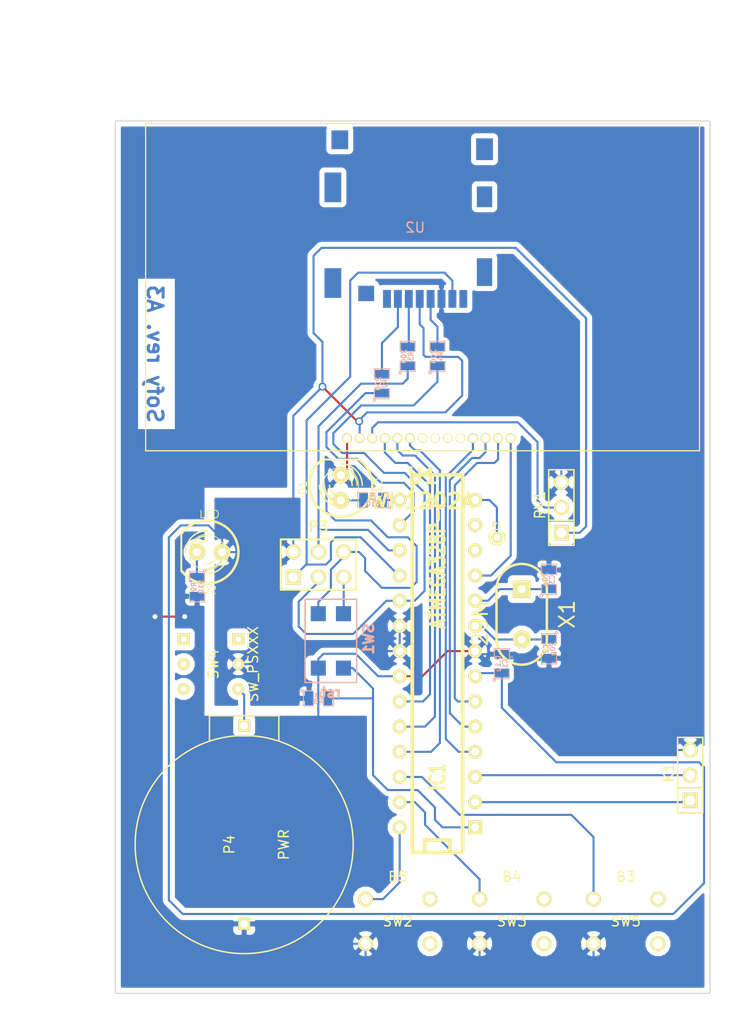
<source format=kicad_pcb>
(kicad_pcb (version 3) (host pcbnew "(2013-may-18)-stable")

  (general
    (links 63)
    (no_connects 2)
    (area 102.000001 38.150001 191.221429 141.000001)
    (thickness 1.6)
    (drawings 14)
    (tracks 311)
    (zones 0)
    (modules 25)
    (nets 31)
  )

  (page A4)
  (title_block 
    (title "Sofy Half Board")
    (rev A3)
  )

  (layers
    (15 F.Cu signal)
    (0 B.Cu signal)
    (16 B.Adhes user)
    (17 F.Adhes user)
    (18 B.Paste user)
    (19 F.Paste user)
    (20 B.SilkS user)
    (21 F.SilkS user)
    (22 B.Mask user)
    (23 F.Mask user)
    (24 Dwgs.User user)
    (25 Cmts.User user)
    (26 Eco1.User user)
    (27 Eco2.User user)
    (28 Edge.Cuts user)
  )

  (setup
    (last_trace_width 0.21)
    (trace_clearance 0.2)
    (zone_clearance 0.508)
    (zone_45_only no)
    (trace_min 0.2)
    (segment_width 0.2)
    (edge_width 0.1)
    (via_size 0.8)
    (via_drill 0.5)
    (via_min_size 0.6)
    (via_min_drill 0.3)
    (uvia_size 0.508)
    (uvia_drill 0.127)
    (uvias_allowed no)
    (uvia_min_size 0.508)
    (uvia_min_drill 0.127)
    (pcb_text_width 0.3)
    (pcb_text_size 1.5 1.5)
    (mod_edge_width 0.15)
    (mod_text_size 1 1)
    (mod_text_width 0.15)
    (pad_size 1.00076 1.00076)
    (pad_drill 0.7)
    (pad_to_mask_clearance 0)
    (aux_axis_origin 0 0)
    (visible_elements FFFF7FBF)
    (pcbplotparams
      (layerselection 3178497)
      (usegerberextensions true)
      (excludeedgelayer true)
      (linewidth 0.150000)
      (plotframeref false)
      (viasonmask false)
      (mode 1)
      (useauxorigin false)
      (hpglpennumber 1)
      (hpglpenspeed 20)
      (hpglpendiameter 15)
      (hpglpenoverlay 2)
      (psnegative false)
      (psa4output false)
      (plotreference true)
      (plotvalue true)
      (plotothertext true)
      (plotinvisibletext false)
      (padsonsilk false)
      (subtractmaskfromsilk false)
      (outputformat 1)
      (mirror false)
      (drillshape 1)
      (scaleselection 1)
      (outputdirectory ""))
  )

  (net 0 "")
  (net 1 GND)
  (net 2 N-000001)
  (net 3 N-0000010)
  (net 4 N-0000011)
  (net 5 N-0000012)
  (net 6 N-0000013)
  (net 7 N-0000014)
  (net 8 N-0000015)
  (net 9 N-0000018)
  (net 10 N-000002)
  (net 11 N-0000024)
  (net 12 N-0000026)
  (net 13 N-0000027)
  (net 14 N-0000028)
  (net 15 N-0000029)
  (net 16 N-000003)
  (net 17 N-0000030)
  (net 18 N-0000031)
  (net 19 N-0000032)
  (net 20 N-0000033)
  (net 21 N-0000034)
  (net 22 N-0000037)
  (net 23 N-0000038)
  (net 24 N-000004)
  (net 25 N-000005)
  (net 26 N-000006)
  (net 27 N-000007)
  (net 28 N-000008)
  (net 29 N-000009)
  (net 30 VCC)

  (net_class Default "This is the default net class."
    (clearance 0.2)
    (trace_width 0.21)
    (via_dia 0.8)
    (via_drill 0.5)
    (uvia_dia 0.508)
    (uvia_drill 0.127)
    (add_net "")
    (add_net GND)
    (add_net N-000001)
    (add_net N-0000010)
    (add_net N-0000011)
    (add_net N-0000012)
    (add_net N-0000013)
    (add_net N-0000014)
    (add_net N-0000015)
    (add_net N-0000018)
    (add_net N-000002)
    (add_net N-0000024)
    (add_net N-0000026)
    (add_net N-0000027)
    (add_net N-0000028)
    (add_net N-0000029)
    (add_net N-000003)
    (add_net N-0000030)
    (add_net N-0000031)
    (add_net N-0000032)
    (add_net N-0000033)
    (add_net N-0000034)
    (add_net N-0000037)
    (add_net N-0000038)
    (add_net N-000004)
    (add_net N-000005)
    (add_net N-000006)
    (add_net N-000007)
    (add_net N-000008)
    (add_net N-000009)
    (add_net VCC)
  )

  (module VALVE-GLIMM   placed (layer F.Cu) (tedit 489BFF03) (tstamp 56E6A543)
    (at 155 98.5 270)
    (path /56E603EC)
    (attr virtual)
    (fp_text reference X1 (at 1.27 -4.572 270) (layer F.SilkS)
      (effects (font (size 1.524 1.524) (thickness 0.2032)))
    )
    (fp_text value 20M (at 2.18186 4.191 270) (layer F.SilkS)
      (effects (font (size 1.524 1.524) (thickness 0.2032)))
    )
    (fp_line (start -1.27 -2.54) (end 3.81 -2.54) (layer F.SilkS) (width 0.254))
    (fp_line (start -1.27 2.54) (end 3.81 2.54) (layer F.SilkS) (width 0.254))
    (fp_arc (start -1.27 0) (end -1.27 2.54) (angle 180) (layer F.SilkS) (width 0.254))
    (fp_arc (start 3.81 0) (end 3.81 -2.54) (angle 180) (layer F.SilkS) (width 0.254))
    (pad 1 thru_hole rect (at -1.27 0 270) (size 1.778 1.778) (drill 0.79756)
      (layers *.Cu F.Paste F.SilkS F.Mask)
      (net 22 N-0000037)
    )
    (pad 2 thru_hole circle (at 3.81 0 270) (size 1.778 1.778) (drill 0.79756)
      (layers *.Cu F.Paste F.SilkS F.Mask)
      (net 16 N-000003)
    )
  )

  (module SM0805   placed (layer B.Cu) (tedit 5091495C) (tstamp 56E6A578)
    (at 140.9 76.5 90)
    (path /56E603ED)
    (attr smd)
    (fp_text reference R2 (at 0 0.3175 90) (layer B.SilkS)
      (effects (font (size 0.50038 0.50038) (thickness 0.10922)) (justify mirror))
    )
    (fp_text value 200 (at 0 -0.381 90) (layer B.SilkS)
      (effects (font (size 0.50038 0.50038) (thickness 0.10922)) (justify mirror))
    )
    (fp_circle (center -1.651 -0.762) (end -1.651 -0.635) (layer B.SilkS) (width 0.09906))
    (fp_line (start -0.508 -0.762) (end -1.524 -0.762) (layer B.SilkS) (width 0.09906))
    (fp_line (start -1.524 -0.762) (end -1.524 0.762) (layer B.SilkS) (width 0.09906))
    (fp_line (start -1.524 0.762) (end -0.508 0.762) (layer B.SilkS) (width 0.09906))
    (fp_line (start 0.508 0.762) (end 1.524 0.762) (layer B.SilkS) (width 0.09906))
    (fp_line (start 1.524 0.762) (end 1.524 -0.762) (layer B.SilkS) (width 0.09906))
    (fp_line (start 1.524 -0.762) (end 0.508 -0.762) (layer B.SilkS) (width 0.09906))
    (pad 1 smd rect (at -0.9525 0 90) (size 0.889 1.397)
      (layers B.Cu B.Paste B.Mask)
      (net 3 N-0000010)
    )
    (pad 2 smd rect (at 0.9525 0 90) (size 0.889 1.397)
      (layers B.Cu B.Paste B.Mask)
      (net 23 N-0000038)
    )
    (model smd/chip_cms.wrl
      (at (xyz 0 0 0))
      (scale (xyz 0.1 0.1 0.1))
      (rotate (xyz 0 0 0))
    )
  )

  (module SM0805   placed (layer B.Cu) (tedit 5091495C) (tstamp 56E6A585)
    (at 143.5 73.75 90)
    (path /56E603EE)
    (attr smd)
    (fp_text reference R3 (at 0 0.3175 90) (layer B.SilkS)
      (effects (font (size 0.50038 0.50038) (thickness 0.10922)) (justify mirror))
    )
    (fp_text value 200 (at 0 -0.381 90) (layer B.SilkS)
      (effects (font (size 0.50038 0.50038) (thickness 0.10922)) (justify mirror))
    )
    (fp_circle (center -1.651 -0.762) (end -1.651 -0.635) (layer B.SilkS) (width 0.09906))
    (fp_line (start -0.508 -0.762) (end -1.524 -0.762) (layer B.SilkS) (width 0.09906))
    (fp_line (start -1.524 -0.762) (end -1.524 0.762) (layer B.SilkS) (width 0.09906))
    (fp_line (start -1.524 0.762) (end -0.508 0.762) (layer B.SilkS) (width 0.09906))
    (fp_line (start 0.508 0.762) (end 1.524 0.762) (layer B.SilkS) (width 0.09906))
    (fp_line (start 1.524 0.762) (end 1.524 -0.762) (layer B.SilkS) (width 0.09906))
    (fp_line (start 1.524 -0.762) (end 0.508 -0.762) (layer B.SilkS) (width 0.09906))
    (pad 1 smd rect (at -0.9525 0 90) (size 0.889 1.397)
      (layers B.Cu B.Paste B.Mask)
      (net 7 N-0000014)
    )
    (pad 2 smd rect (at 0.9525 0 90) (size 0.889 1.397)
      (layers B.Cu B.Paste B.Mask)
      (net 21 N-0000034)
    )
    (model smd/chip_cms.wrl
      (at (xyz 0 0 0))
      (scale (xyz 0.1 0.1 0.1))
      (rotate (xyz 0 0 0))
    )
  )

  (module SM0805   placed (layer B.Cu) (tedit 5091495C) (tstamp 56E6A592)
    (at 146.5 73.75 90)
    (path /56E603EF)
    (attr smd)
    (fp_text reference R4 (at 0 0.3175 90) (layer B.SilkS)
      (effects (font (size 0.50038 0.50038) (thickness 0.10922)) (justify mirror))
    )
    (fp_text value 200 (at 0 -0.381 90) (layer B.SilkS)
      (effects (font (size 0.50038 0.50038) (thickness 0.10922)) (justify mirror))
    )
    (fp_circle (center -1.651 -0.762) (end -1.651 -0.635) (layer B.SilkS) (width 0.09906))
    (fp_line (start -0.508 -0.762) (end -1.524 -0.762) (layer B.SilkS) (width 0.09906))
    (fp_line (start -1.524 -0.762) (end -1.524 0.762) (layer B.SilkS) (width 0.09906))
    (fp_line (start -1.524 0.762) (end -0.508 0.762) (layer B.SilkS) (width 0.09906))
    (fp_line (start 0.508 0.762) (end 1.524 0.762) (layer B.SilkS) (width 0.09906))
    (fp_line (start 1.524 0.762) (end 1.524 -0.762) (layer B.SilkS) (width 0.09906))
    (fp_line (start 1.524 -0.762) (end 0.508 -0.762) (layer B.SilkS) (width 0.09906))
    (pad 1 smd rect (at -0.9525 0 90) (size 0.889 1.397)
      (layers B.Cu B.Paste B.Mask)
      (net 5 N-0000012)
    )
    (pad 2 smd rect (at 0.9525 0 90) (size 0.889 1.397)
      (layers B.Cu B.Paste B.Mask)
      (net 20 N-0000033)
    )
    (model smd/chip_cms.wrl
      (at (xyz 0 0 0))
      (scale (xyz 0.1 0.1 0.1))
      (rotate (xyz 0 0 0))
    )
  )

  (module SM0805   placed (layer B.Cu) (tedit 56E6B085) (tstamp 56E6A59F)
    (at 140 88.25 180)
    (path /56E603F1)
    (attr smd)
    (fp_text reference R1 (at 0 0.3175 270) (layer B.SilkS)
      (effects (font (size 0.50038 0.50038) (thickness 0.10922)) (justify mirror))
    )
    (fp_text value 510 (at 0 -0.381 180) (layer B.SilkS)
      (effects (font (size 0.50038 0.50038) (thickness 0.10922)) (justify mirror))
    )
    (fp_circle (center -1.651 -0.762) (end -1.651 -0.635) (layer B.SilkS) (width 0.09906))
    (fp_line (start -0.508 -0.762) (end -1.524 -0.762) (layer B.SilkS) (width 0.09906))
    (fp_line (start -1.524 -0.762) (end -1.524 0.762) (layer B.SilkS) (width 0.09906))
    (fp_line (start -1.524 0.762) (end -0.508 0.762) (layer B.SilkS) (width 0.09906))
    (fp_line (start 0.508 0.762) (end 1.524 0.762) (layer B.SilkS) (width 0.09906))
    (fp_line (start 1.524 0.762) (end 1.524 -0.762) (layer B.SilkS) (width 0.09906))
    (fp_line (start 1.524 -0.762) (end 0.508 -0.762) (layer B.SilkS) (width 0.09906))
    (pad 1 smd rect (at -0.9525 0 180) (size 0.889 1.397)
      (layers B.Cu B.Paste B.Mask)
      (net 6 N-0000013)
    )
    (pad 2 smd rect (at 0.9525 0 180) (size 0.889 1.397)
      (layers B.Cu B.Paste B.Mask)
      (net 19 N-0000032)
    )
    (model smd/chip_cms.wrl
      (at (xyz 0 0 0))
      (scale (xyz 0.1 0.1 0.1))
      (rotate (xyz 0 0 0))
    )
  )

  (module SM0805   placed (layer B.Cu) (tedit 5091495C) (tstamp 56E6A5AC)
    (at 134.5 108.25)
    (path /56E603F2)
    (attr smd)
    (fp_text reference R8 (at 0 0.3175) (layer B.SilkS)
      (effects (font (size 0.50038 0.50038) (thickness 0.10922)) (justify mirror))
    )
    (fp_text value 1k (at 0 -0.381) (layer B.SilkS)
      (effects (font (size 0.50038 0.50038) (thickness 0.10922)) (justify mirror))
    )
    (fp_circle (center -1.651 -0.762) (end -1.651 -0.635) (layer B.SilkS) (width 0.09906))
    (fp_line (start -0.508 -0.762) (end -1.524 -0.762) (layer B.SilkS) (width 0.09906))
    (fp_line (start -1.524 -0.762) (end -1.524 0.762) (layer B.SilkS) (width 0.09906))
    (fp_line (start -1.524 0.762) (end -0.508 0.762) (layer B.SilkS) (width 0.09906))
    (fp_line (start 0.508 0.762) (end 1.524 0.762) (layer B.SilkS) (width 0.09906))
    (fp_line (start 1.524 0.762) (end 1.524 -0.762) (layer B.SilkS) (width 0.09906))
    (fp_line (start 1.524 -0.762) (end 0.508 -0.762) (layer B.SilkS) (width 0.09906))
    (pad 1 smd rect (at -0.9525 0) (size 0.889 1.397)
      (layers B.Cu B.Paste B.Mask)
      (net 30 VCC)
    )
    (pad 2 smd rect (at 0.9525 0) (size 0.889 1.397)
      (layers B.Cu B.Paste B.Mask)
      (net 10 N-000002)
    )
    (model smd/chip_cms.wrl
      (at (xyz 0 0 0))
      (scale (xyz 0.1 0.1 0.1))
      (rotate (xyz 0 0 0))
    )
  )

  (module SM0805   placed (layer B.Cu) (tedit 5091495C) (tstamp 56E6A5B9)
    (at 122.25 97 270)
    (path /56E6A96C)
    (attr smd)
    (fp_text reference R9 (at 0 0.3175 270) (layer B.SilkS)
      (effects (font (size 0.50038 0.50038) (thickness 0.10922)) (justify mirror))
    )
    (fp_text value 510 (at 0 -0.381 270) (layer B.SilkS)
      (effects (font (size 0.50038 0.50038) (thickness 0.10922)) (justify mirror))
    )
    (fp_circle (center -1.651 -0.762) (end -1.651 -0.635) (layer B.SilkS) (width 0.09906))
    (fp_line (start -0.508 -0.762) (end -1.524 -0.762) (layer B.SilkS) (width 0.09906))
    (fp_line (start -1.524 -0.762) (end -1.524 0.762) (layer B.SilkS) (width 0.09906))
    (fp_line (start -1.524 0.762) (end -0.508 0.762) (layer B.SilkS) (width 0.09906))
    (fp_line (start 0.508 0.762) (end 1.524 0.762) (layer B.SilkS) (width 0.09906))
    (fp_line (start 1.524 0.762) (end 1.524 -0.762) (layer B.SilkS) (width 0.09906))
    (fp_line (start 1.524 -0.762) (end 0.508 -0.762) (layer B.SilkS) (width 0.09906))
    (pad 1 smd rect (at -0.9525 0 270) (size 0.889 1.397)
      (layers B.Cu B.Paste B.Mask)
      (net 12 N-0000026)
    )
    (pad 2 smd rect (at 0.9525 0 270) (size 0.889 1.397)
      (layers B.Cu B.Paste B.Mask)
      (net 1 GND)
    )
    (model smd/chip_cms.wrl
      (at (xyz 0 0 0))
      (scale (xyz 0.1 0.1 0.1))
      (rotate (xyz 0 0 0))
    )
  )

  (module SM0805   placed (layer B.Cu) (tedit 5091495C) (tstamp 56E6A5C6)
    (at 153 104.75 90)
    (path /56E603FE)
    (attr smd)
    (fp_text reference C1 (at 0 0.3175 90) (layer B.SilkS)
      (effects (font (size 0.50038 0.50038) (thickness 0.10922)) (justify mirror))
    )
    (fp_text value 0.1u (at 0 -0.381 90) (layer B.SilkS)
      (effects (font (size 0.50038 0.50038) (thickness 0.10922)) (justify mirror))
    )
    (fp_circle (center -1.651 -0.762) (end -1.651 -0.635) (layer B.SilkS) (width 0.09906))
    (fp_line (start -0.508 -0.762) (end -1.524 -0.762) (layer B.SilkS) (width 0.09906))
    (fp_line (start -1.524 -0.762) (end -1.524 0.762) (layer B.SilkS) (width 0.09906))
    (fp_line (start -1.524 0.762) (end -0.508 0.762) (layer B.SilkS) (width 0.09906))
    (fp_line (start 0.508 0.762) (end 1.524 0.762) (layer B.SilkS) (width 0.09906))
    (fp_line (start 1.524 0.762) (end 1.524 -0.762) (layer B.SilkS) (width 0.09906))
    (fp_line (start 1.524 -0.762) (end 0.508 -0.762) (layer B.SilkS) (width 0.09906))
    (pad 1 smd rect (at -0.9525 0 90) (size 0.889 1.397)
      (layers B.Cu B.Paste B.Mask)
      (net 30 VCC)
    )
    (pad 2 smd rect (at 0.9525 0 90) (size 0.889 1.397)
      (layers B.Cu B.Paste B.Mask)
      (net 1 GND)
    )
    (model smd/chip_cms.wrl
      (at (xyz 0 0 0))
      (scale (xyz 0.1 0.1 0.1))
      (rotate (xyz 0 0 0))
    )
  )

  (module SM0805   placed (layer B.Cu) (tedit 5091495C) (tstamp 56E6A5D3)
    (at 157.75 96.25 90)
    (path /56E60436)
    (attr smd)
    (fp_text reference C3 (at 0 0.3175 90) (layer B.SilkS)
      (effects (font (size 0.50038 0.50038) (thickness 0.10922)) (justify mirror))
    )
    (fp_text value 20p (at 0 -0.381 90) (layer B.SilkS)
      (effects (font (size 0.50038 0.50038) (thickness 0.10922)) (justify mirror))
    )
    (fp_circle (center -1.651 -0.762) (end -1.651 -0.635) (layer B.SilkS) (width 0.09906))
    (fp_line (start -0.508 -0.762) (end -1.524 -0.762) (layer B.SilkS) (width 0.09906))
    (fp_line (start -1.524 -0.762) (end -1.524 0.762) (layer B.SilkS) (width 0.09906))
    (fp_line (start -1.524 0.762) (end -0.508 0.762) (layer B.SilkS) (width 0.09906))
    (fp_line (start 0.508 0.762) (end 1.524 0.762) (layer B.SilkS) (width 0.09906))
    (fp_line (start 1.524 0.762) (end 1.524 -0.762) (layer B.SilkS) (width 0.09906))
    (fp_line (start 1.524 -0.762) (end 0.508 -0.762) (layer B.SilkS) (width 0.09906))
    (pad 1 smd rect (at -0.9525 0 90) (size 0.889 1.397)
      (layers B.Cu B.Paste B.Mask)
      (net 22 N-0000037)
    )
    (pad 2 smd rect (at 0.9525 0 90) (size 0.889 1.397)
      (layers B.Cu B.Paste B.Mask)
      (net 1 GND)
    )
    (model smd/chip_cms.wrl
      (at (xyz 0 0 0))
      (scale (xyz 0.1 0.1 0.1))
      (rotate (xyz 0 0 0))
    )
  )

  (module SM0805   placed (layer B.Cu) (tedit 5091495C) (tstamp 56E6A5E0)
    (at 157.75 103.25 270)
    (path /56E60437)
    (attr smd)
    (fp_text reference C2 (at 0 0.3175 270) (layer B.SilkS)
      (effects (font (size 0.50038 0.50038) (thickness 0.10922)) (justify mirror))
    )
    (fp_text value 20p (at 0 -0.381 270) (layer B.SilkS)
      (effects (font (size 0.50038 0.50038) (thickness 0.10922)) (justify mirror))
    )
    (fp_circle (center -1.651 -0.762) (end -1.651 -0.635) (layer B.SilkS) (width 0.09906))
    (fp_line (start -0.508 -0.762) (end -1.524 -0.762) (layer B.SilkS) (width 0.09906))
    (fp_line (start -1.524 -0.762) (end -1.524 0.762) (layer B.SilkS) (width 0.09906))
    (fp_line (start -1.524 0.762) (end -0.508 0.762) (layer B.SilkS) (width 0.09906))
    (fp_line (start 0.508 0.762) (end 1.524 0.762) (layer B.SilkS) (width 0.09906))
    (fp_line (start 1.524 0.762) (end 1.524 -0.762) (layer B.SilkS) (width 0.09906))
    (fp_line (start 1.524 -0.762) (end 0.508 -0.762) (layer B.SilkS) (width 0.09906))
    (pad 1 smd rect (at -0.9525 0 270) (size 0.889 1.397)
      (layers B.Cu B.Paste B.Mask)
      (net 16 N-000003)
    )
    (pad 2 smd rect (at 0.9525 0 270) (size 0.889 1.397)
      (layers B.Cu B.Paste B.Mask)
      (net 1 GND)
    )
    (model smd/chip_cms.wrl
      (at (xyz 0 0 0))
      (scale (xyz 0.1 0.1 0.1))
      (rotate (xyz 0 0 0))
    )
  )

  (module PINTST   placed (layer F.Cu) (tedit 3D649DF9) (tstamp 56E6A60A)
    (at 152.5 92)
    (descr "module 1 pin (ou trou mecanique de percage)")
    (tags DEV)
    (path /56E603FB)
    (fp_text reference P1 (at 0 -1.26746) (layer F.SilkS)
      (effects (font (size 0.508 0.508) (thickness 0.127)))
    )
    (fp_text value CONN_1 (at 0 1.27) (layer F.SilkS) hide
      (effects (font (size 0.508 0.508) (thickness 0.127)))
    )
    (fp_circle (center 0 0) (end -0.254 -0.762) (layer F.SilkS) (width 0.127))
    (pad 1 thru_hole circle (at 0 0) (size 1.143 1.143) (drill 0.635)
      (layers *.Cu *.Mask F.SilkS)
      (net 8 N-0000015)
    )
    (model pin_array/pin_array_1x1.wrl
      (at (xyz 0 0 0))
      (scale (xyz 1 1 1))
      (rotate (xyz 0 0 0))
    )
  )

  (module pin_array_3x2   placed (layer F.Cu) (tedit 42931587) (tstamp 56E6A628)
    (at 134.5 94.75)
    (descr "Double rangee de contacts 2 x 4 pins")
    (tags CONN)
    (path /56E603F8)
    (fp_text reference P3 (at 0 -3.81) (layer F.SilkS)
      (effects (font (size 1.016 1.016) (thickness 0.2032)))
    )
    (fp_text value ICSP (at 0 3.81) (layer F.SilkS) hide
      (effects (font (size 1.016 1.016) (thickness 0.2032)))
    )
    (fp_line (start 3.81 2.54) (end -3.81 2.54) (layer F.SilkS) (width 0.2032))
    (fp_line (start -3.81 -2.54) (end 3.81 -2.54) (layer F.SilkS) (width 0.2032))
    (fp_line (start 3.81 -2.54) (end 3.81 2.54) (layer F.SilkS) (width 0.2032))
    (fp_line (start -3.81 2.54) (end -3.81 -2.54) (layer F.SilkS) (width 0.2032))
    (pad 1 thru_hole rect (at -2.54 1.27) (size 1.524 1.524) (drill 1.016)
      (layers *.Cu *.Mask F.SilkS)
      (net 4 N-0000011)
    )
    (pad 2 thru_hole circle (at -2.54 -1.27) (size 1.524 1.524) (drill 1.016)
      (layers *.Cu *.Mask F.SilkS)
      (net 30 VCC)
    )
    (pad 3 thru_hole circle (at 0 1.27) (size 1.524 1.524) (drill 1.016)
      (layers *.Cu *.Mask F.SilkS)
      (net 5 N-0000012)
    )
    (pad 4 thru_hole circle (at 0 -1.27) (size 1.524 1.524) (drill 1.016)
      (layers *.Cu *.Mask F.SilkS)
      (net 7 N-0000014)
    )
    (pad 5 thru_hole circle (at 2.54 1.27) (size 1.524 1.524) (drill 1.016)
      (layers *.Cu *.Mask F.SilkS)
      (net 10 N-000002)
    )
    (pad 6 thru_hole circle (at 2.54 -1.27) (size 1.524 1.524) (drill 1.016)
      (layers *.Cu *.Mask F.SilkS)
      (net 1 GND)
    )
    (model pin_array/pins_array_3x2.wrl
      (at (xyz 0 0 0))
      (scale (xyz 1 1 1))
      (rotate (xyz 0 0 0))
    )
  )

  (module PIN_ARRAY_3X1   placed (layer F.Cu) (tedit 4C1130E0) (tstamp 56E6A642)
    (at 172 116 90)
    (descr "Connecteur 3 pins")
    (tags "CONN DEV")
    (path /56E69A84)
    (fp_text reference K1 (at 0.254 -2.159 90) (layer F.SilkS)
      (effects (font (size 1.016 1.016) (thickness 0.1524)))
    )
    (fp_text value UART (at 0 -2.159 90) (layer F.SilkS) hide
      (effects (font (size 1.016 1.016) (thickness 0.1524)))
    )
    (fp_line (start -3.81 1.27) (end -3.81 -1.27) (layer F.SilkS) (width 0.1524))
    (fp_line (start -3.81 -1.27) (end 3.81 -1.27) (layer F.SilkS) (width 0.1524))
    (fp_line (start 3.81 -1.27) (end 3.81 1.27) (layer F.SilkS) (width 0.1524))
    (fp_line (start 3.81 1.27) (end -3.81 1.27) (layer F.SilkS) (width 0.1524))
    (fp_line (start -1.27 -1.27) (end -1.27 1.27) (layer F.SilkS) (width 0.1524))
    (pad 1 thru_hole rect (at -2.54 0 90) (size 1.524 1.524) (drill 1.016)
      (layers *.Cu *.Mask F.SilkS)
      (net 2 N-000001)
    )
    (pad 2 thru_hole circle (at 0 0 90) (size 1.524 1.524) (drill 1.016)
      (layers *.Cu *.Mask F.SilkS)
      (net 24 N-000004)
    )
    (pad 3 thru_hole circle (at 2.54 0 90) (size 1.524 1.524) (drill 1.016)
      (layers *.Cu *.Mask F.SilkS)
      (net 1 GND)
    )
    (model pin_array/pins_array_3x1.wrl
      (at (xyz 0 0 0))
      (scale (xyz 1 1 1))
      (rotate (xyz 0 0 0))
    )
  )

  (module "OLED DISPLAY"   placed (layer F.Cu) (tedit 56EC1BF1) (tstamp 56E6A659)
    (at 145 82)
    (path /56E6A4FF)
    (fp_text reference U1 (at 0 3.81) (layer F.SilkS)
      (effects (font (size 1.524 1.524) (thickness 0.3048)))
    )
    (fp_text value WH1202A (at 0 6.35) (layer F.SilkS)
      (effects (font (size 1.524 1.524) (thickness 0.3048)))
    )
    (fp_line (start -27.94 -15.24) (end -27.94 -31.75) (layer F.SilkS) (width 0.127))
    (fp_line (start -27.94 -31.75) (end 27.94 -31.75) (layer F.SilkS) (width 0.127))
    (fp_line (start 27.94 -31.75) (end 27.94 1.27) (layer F.SilkS) (width 0.127))
    (fp_line (start 27.94 1.27) (end -27.94 1.27) (layer F.SilkS) (width 0.127))
    (fp_line (start -27.94 1.27) (end -27.94 -15.24) (layer F.SilkS) (width 0.127))
    (pad 1 thru_hole circle (at -7.62 0) (size 1.00076 1.00076) (drill 0.70104)
      (layers *.Cu *.Mask F.SilkS)
      (net 1 GND)
    )
    (pad 2 thru_hole circle (at -6.35 0) (size 1.00076 1.00076) (drill 0.70104)
      (layers *.Cu *.Mask F.SilkS)
      (net 30 VCC)
    )
    (pad 3 thru_hole circle (at -5.08 0) (size 1.00076 1.00076) (drill 0.7)
      (layers *.Cu *.Mask F.SilkS)
      (net 11 N-0000024)
    )
    (pad 4 thru_hole circle (at -3.81 0) (size 1.00076 1.00076) (drill 0.70104)
      (layers *.Cu *.Mask F.SilkS)
      (net 29 N-000009)
    )
    (pad 5 thru_hole circle (at -2.54 0) (size 1.00076 1.00076) (drill 0.70104)
      (layers *.Cu *.Mask F.SilkS)
      (net 25 N-000005)
    )
    (pad 6 thru_hole circle (at -1.27 0) (size 1.00076 1.00076) (drill 0.70104)
      (layers *.Cu *.Mask F.SilkS)
      (net 28 N-000008)
    )
    (pad "" np_thru_hole circle (at 0 0) (size 1.00076 1.00076)
      (layers *.Mask F.SilkS)
    )
    (pad "" np_thru_hole circle (at 1.27 0) (size 1.00076 1.00076)
      (layers *.Mask F.SilkS)
    )
    (pad "" np_thru_hole circle (at 2.54 0) (size 1.00076 1.00076)
      (layers *.Mask F.SilkS)
    )
    (pad "" np_thru_hole circle (at 3.81 0) (size 1.00076 1.00076)
      (layers *.Mask F.SilkS)
    )
    (pad 11 thru_hole circle (at 5.08 0) (size 1.00076 1.00076) (drill 0.70104)
      (layers *.Cu *.Mask F.SilkS)
      (net 27 N-000007)
    )
    (pad 12 thru_hole circle (at 6.35 0) (size 1.00076 1.00076) (drill 0.70104)
      (layers *.Cu *.Mask F.SilkS)
      (net 26 N-000006)
    )
    (pad 13 thru_hole circle (at 7.62 0) (size 1.00076 1.00076) (drill 0.70104)
      (layers *.Cu *.Mask F.SilkS)
      (net 14 N-0000028)
    )
    (pad 14 thru_hole circle (at 8.89 0) (size 1.00076 1.00076) (drill 0.70104)
      (layers *.Cu *.Mask F.SilkS)
      (net 13 N-0000027)
    )
  )

  (module DIP-28__300   placed (layer F.Cu) (tedit 200000) (tstamp 56E6A680)
    (at 146.5 104.75 90)
    (descr "28 pins DIL package, round pads, width 300mil")
    (tags DIL)
    (path /56E603EA)
    (fp_text reference IC1 (at -11.43 0 90) (layer F.SilkS)
      (effects (font (size 1.524 1.143) (thickness 0.3048)))
    )
    (fp_text value ATMEGA328P-P (at 10.16 0 90) (layer F.SilkS)
      (effects (font (size 1.524 1.143) (thickness 0.3048)))
    )
    (fp_line (start -19.05 -2.54) (end 19.05 -2.54) (layer F.SilkS) (width 0.381))
    (fp_line (start 19.05 -2.54) (end 19.05 2.54) (layer F.SilkS) (width 0.381))
    (fp_line (start 19.05 2.54) (end -19.05 2.54) (layer F.SilkS) (width 0.381))
    (fp_line (start -19.05 2.54) (end -19.05 -2.54) (layer F.SilkS) (width 0.381))
    (fp_line (start -19.05 -1.27) (end -17.78 -1.27) (layer F.SilkS) (width 0.381))
    (fp_line (start -17.78 -1.27) (end -17.78 1.27) (layer F.SilkS) (width 0.381))
    (fp_line (start -17.78 1.27) (end -19.05 1.27) (layer F.SilkS) (width 0.381))
    (pad 2 thru_hole circle (at -13.97 3.81 90) (size 1.397 1.397) (drill 0.8128)
      (layers *.Cu *.Mask F.SilkS)
      (net 2 N-000001)
    )
    (pad 3 thru_hole circle (at -11.43 3.81 90) (size 1.397 1.397) (drill 0.8128)
      (layers *.Cu *.Mask F.SilkS)
      (net 24 N-000004)
    )
    (pad 4 thru_hole circle (at -8.89 3.81 90) (size 1.397 1.397) (drill 0.8128)
      (layers *.Cu *.Mask F.SilkS)
      (net 27 N-000007)
    )
    (pad 5 thru_hole circle (at -6.35 3.81 90) (size 1.397 1.397) (drill 0.8128)
      (layers *.Cu *.Mask F.SilkS)
      (net 26 N-000006)
    )
    (pad 6 thru_hole circle (at -3.81 3.81 90) (size 1.397 1.397) (drill 0.8128)
      (layers *.Cu *.Mask F.SilkS)
      (net 14 N-0000028)
    )
    (pad 7 thru_hole circle (at -1.27 3.81 90) (size 1.397 1.397) (drill 0.8128)
      (layers *.Cu *.Mask F.SilkS)
      (net 30 VCC)
    )
    (pad 8 thru_hole circle (at 1.27 3.81 90) (size 1.397 1.397) (drill 0.8128)
      (layers *.Cu *.Mask F.SilkS)
      (net 1 GND)
    )
    (pad 9 thru_hole circle (at 3.81 3.81 90) (size 1.397 1.397) (drill 0.8128)
      (layers *.Cu *.Mask F.SilkS)
      (net 16 N-000003)
    )
    (pad 10 thru_hole circle (at 6.35 3.81 90) (size 1.397 1.397) (drill 0.8128)
      (layers *.Cu *.Mask F.SilkS)
      (net 22 N-0000037)
    )
    (pad 11 thru_hole circle (at 8.89 3.81 90) (size 1.397 1.397) (drill 0.8128)
      (layers *.Cu *.Mask F.SilkS)
      (net 13 N-0000027)
    )
    (pad 12 thru_hole circle (at 11.43 3.81 90) (size 1.397 1.397) (drill 0.8128)
      (layers *.Cu *.Mask F.SilkS)
    )
    (pad 13 thru_hole circle (at 13.97 3.81 90) (size 1.397 1.397) (drill 0.8128)
      (layers *.Cu *.Mask F.SilkS)
    )
    (pad 14 thru_hole circle (at 16.51 3.81 90) (size 1.397 1.397) (drill 0.8128)
      (layers *.Cu *.Mask F.SilkS)
      (net 8 N-0000015)
    )
    (pad 1 thru_hole rect (at -16.51 3.81 90) (size 1.397 1.397) (drill 0.8128)
      (layers *.Cu *.Mask F.SilkS)
      (net 10 N-000002)
    )
    (pad 15 thru_hole circle (at 16.51 -3.81 90) (size 1.397 1.397) (drill 0.8128)
      (layers *.Cu *.Mask F.SilkS)
      (net 6 N-0000013)
    )
    (pad 16 thru_hole circle (at 13.97 -3.81 90) (size 1.397 1.397) (drill 0.8128)
      (layers *.Cu *.Mask F.SilkS)
      (net 3 N-0000010)
    )
    (pad 17 thru_hole circle (at 11.43 -3.81 90) (size 1.397 1.397) (drill 0.8128)
      (layers *.Cu *.Mask F.SilkS)
      (net 7 N-0000014)
    )
    (pad 18 thru_hole circle (at 8.89 -3.81 90) (size 1.397 1.397) (drill 0.8128)
      (layers *.Cu *.Mask F.SilkS)
      (net 4 N-0000011)
    )
    (pad 19 thru_hole circle (at 6.35 -3.81 90) (size 1.397 1.397) (drill 0.8128)
      (layers *.Cu *.Mask F.SilkS)
      (net 5 N-0000012)
    )
    (pad 20 thru_hole circle (at 3.81 -3.81 90) (size 1.397 1.397) (drill 0.8128)
      (layers *.Cu *.Mask F.SilkS)
      (net 30 VCC)
    )
    (pad 21 thru_hole circle (at 1.27 -3.81 90) (size 1.397 1.397) (drill 0.8128)
      (layers *.Cu *.Mask F.SilkS)
      (net 30 VCC)
    )
    (pad 22 thru_hole circle (at -1.27 -3.81 90) (size 1.397 1.397) (drill 0.8128)
      (layers *.Cu *.Mask F.SilkS)
      (net 1 GND)
    )
    (pad 23 thru_hole circle (at -3.81 -3.81 90) (size 1.397 1.397) (drill 0.8128)
      (layers *.Cu *.Mask F.SilkS)
      (net 29 N-000009)
    )
    (pad 24 thru_hole circle (at -6.35 -3.81 90) (size 1.397 1.397) (drill 0.8128)
      (layers *.Cu *.Mask F.SilkS)
      (net 25 N-000005)
    )
    (pad 25 thru_hole circle (at -8.89 -3.81 90) (size 1.397 1.397) (drill 0.8128)
      (layers *.Cu *.Mask F.SilkS)
      (net 28 N-000008)
    )
    (pad 26 thru_hole circle (at -11.43 -3.81 90) (size 1.397 1.397) (drill 0.8128)
      (layers *.Cu *.Mask F.SilkS)
      (net 15 N-0000029)
    )
    (pad 27 thru_hole circle (at -13.97 -3.81 90) (size 1.397 1.397) (drill 0.8128)
      (layers *.Cu *.Mask F.SilkS)
      (net 17 N-0000030)
    )
    (pad 28 thru_hole circle (at -16.51 -3.81 90) (size 1.397 1.397) (drill 0.8128)
      (layers *.Cu *.Mask F.SilkS)
      (net 18 N-0000031)
    )
    (model dil/dil_28-w300.wrl
      (at (xyz 0 0 0))
      (scale (xyz 1 1 1))
      (rotate (xyz 0 0 0))
    )
  )

  (module but_7914G   placed (layer B.Cu) (tedit 56E6AA4E) (tstamp 56E6A698)
    (at 135.75 102.25 180)
    (descr "Button BOURNS 7914G")
    (path /56E603F3)
    (fp_text reference SW1 (at -3.81 0 450) (layer B.SilkS)
      (effects (font (size 1.016 1.016) (thickness 0.254)) (justify mirror))
    )
    (fp_text value rst (at 0 -5.4 180) (layer B.SilkS)
      (effects (font (size 1.016 1.016) (thickness 0.254)) (justify mirror))
    )
    (fp_line (start 0 -4.4) (end 2.6 -4.4) (layer B.SilkS) (width 0.15))
    (fp_line (start 2.6 -4.4) (end 2.6 4) (layer B.SilkS) (width 0.15))
    (fp_line (start 2.6 4) (end -2.6 4) (layer B.SilkS) (width 0.15))
    (fp_line (start -2.6 4) (end -2.6 -4.4) (layer B.SilkS) (width 0.15))
    (fp_line (start -2.6 -4.4) (end 0 -4.4) (layer B.SilkS) (width 0.15))
    (pad 1 smd rect (at -1.27 2.54 180) (size 1.524 1.524)
      (layers B.Cu B.Paste B.Mask)
      (net 10 N-000002)
    )
    (pad 2 smd rect (at 1.27 2.54 180) (size 1.524 1.524)
      (layers B.Cu B.Paste B.Mask)
      (net 1 GND)
    )
    (pad 1 smd rect (at -1.27 -2.9464 180) (size 1.524 1.524)
      (layers B.Cu B.Paste B.Mask)
      (net 10 N-000002)
    )
    (pad 2 smd rect (at 1.27 -2.9464 180) (size 1.524 1.524)
      (layers B.Cu B.Paste B.Mask)
      (net 1 GND)
    )
  )

  (module LED-5MM (layer F.Cu) (tedit 50ADE86B) (tstamp 56E6A55E)
    (at 123.5 93.5 180)
    (descr "LED 5mm - Lead pitch 100mil (2,54mm)")
    (tags "LED led 5mm 5MM 100mil 2,54mm")
    (path /56E6A966)
    (fp_text reference D2 (at 0 -3.81 180) (layer F.SilkS)
      (effects (font (size 0.762 0.762) (thickness 0.0889)))
    )
    (fp_text value LED (at 0 3.81 180) (layer F.SilkS)
      (effects (font (size 0.762 0.762) (thickness 0.0889)))
    )
    (fp_line (start 2.8448 1.905) (end 2.8448 -1.905) (layer F.SilkS) (width 0.2032))
    (fp_circle (center 0.254 0) (end -1.016 1.27) (layer F.SilkS) (width 0.0762))
    (fp_arc (start 0.254 0) (end 2.794 1.905) (angle 286.2) (layer F.SilkS) (width 0.254))
    (fp_arc (start 0.254 0) (end -0.889 0) (angle 90) (layer F.SilkS) (width 0.1524))
    (fp_arc (start 0.254 0) (end 1.397 0) (angle 90) (layer F.SilkS) (width 0.1524))
    (fp_arc (start 0.254 0) (end -1.397 0) (angle 90) (layer F.SilkS) (width 0.1524))
    (fp_arc (start 0.254 0) (end 1.905 0) (angle 90) (layer F.SilkS) (width 0.1524))
    (fp_arc (start 0.254 0) (end -1.905 0) (angle 90) (layer F.SilkS) (width 0.1524))
    (fp_arc (start 0.254 0) (end 2.413 0) (angle 90) (layer F.SilkS) (width 0.1524))
    (pad 1 thru_hole circle (at -1.27 0 180) (size 1.6764 1.6764) (drill 0.8128)
      (layers *.Cu *.Mask F.SilkS)
      (net 30 VCC)
    )
    (pad 2 thru_hole circle (at 1.27 0 180) (size 1.6764 1.6764) (drill 0.8128)
      (layers *.Cu *.Mask F.SilkS)
      (net 12 N-0000026)
    )
    (model discret/leds/led5_vertical_verde.wrl
      (at (xyz 0 0 0))
      (scale (xyz 1 1 1))
      (rotate (xyz 0 0 0))
    )
  )

  (module LED-5MM (layer F.Cu) (tedit 50ADE86B) (tstamp 56E6B1E1)
    (at 136.75 87 90)
    (descr "LED 5mm - Lead pitch 100mil (2,54mm)")
    (tags "LED led 5mm 5MM 100mil 2,54mm")
    (path /56E603F0)
    (fp_text reference D1 (at 0 -3.81 90) (layer F.SilkS)
      (effects (font (size 0.762 0.762) (thickness 0.0889)))
    )
    (fp_text value LED (at 0 3.81 90) (layer F.SilkS)
      (effects (font (size 0.762 0.762) (thickness 0.0889)))
    )
    (fp_line (start 2.8448 1.905) (end 2.8448 -1.905) (layer F.SilkS) (width 0.2032))
    (fp_circle (center 0.254 0) (end -1.016 1.27) (layer F.SilkS) (width 0.0762))
    (fp_arc (start 0.254 0) (end 2.794 1.905) (angle 286.2) (layer F.SilkS) (width 0.254))
    (fp_arc (start 0.254 0) (end -0.889 0) (angle 90) (layer F.SilkS) (width 0.1524))
    (fp_arc (start 0.254 0) (end 1.397 0) (angle 90) (layer F.SilkS) (width 0.1524))
    (fp_arc (start 0.254 0) (end -1.397 0) (angle 90) (layer F.SilkS) (width 0.1524))
    (fp_arc (start 0.254 0) (end 1.905 0) (angle 90) (layer F.SilkS) (width 0.1524))
    (fp_arc (start 0.254 0) (end -1.905 0) (angle 90) (layer F.SilkS) (width 0.1524))
    (fp_arc (start 0.254 0) (end 2.413 0) (angle 90) (layer F.SilkS) (width 0.1524))
    (pad 1 thru_hole circle (at -1.27 0 90) (size 1.6764 1.6764) (drill 0.8128)
      (layers *.Cu *.Mask F.SilkS)
      (net 19 N-0000032)
    )
    (pad 2 thru_hole circle (at 1.27 0 90) (size 1.6764 1.6764) (drill 0.8128)
      (layers *.Cu *.Mask F.SilkS)
      (net 1 GND)
    )
    (model discret/leds/led5_vertical_verde.wrl
      (at (xyz 0 0 0))
      (scale (xyz 1 1 1))
      (rotate (xyz 0 0 0))
    )
  )

  (module microSD (layer B.Cu) (tedit 56E9422F) (tstamp 56E954EA)
    (at 144.25 59.75)
    (path /56E945BB)
    (fp_text reference U2 (at 0 1) (layer B.SilkS)
      (effects (font (size 1 1) (thickness 0.15)) (justify mirror))
    )
    (fp_text value MICROSD (at 0 -2) (layer B.SilkS) hide
      (effects (font (size 1 1) (thickness 0.15)) (justify mirror))
    )
    (pad 1 smd rect (at -2.84 8.2) (size 0.8 1.8)
      (layers B.Cu B.Paste B.Mask)
    )
    (pad 2 smd rect (at -1.74 8.2) (size 0.8 1.8)
      (layers B.Cu B.Paste B.Mask)
      (net 23 N-0000038)
    )
    (pad 3 smd rect (at -0.64 8.2) (size 0.8 1.8)
      (layers B.Cu B.Paste B.Mask)
      (net 21 N-0000034)
    )
    (pad 4 smd rect (at 0.46 8.2) (size 0.8 1.8)
      (layers B.Cu B.Paste B.Mask)
      (net 30 VCC)
    )
    (pad 5 smd rect (at 1.56 8.2) (size 0.8 1.8)
      (layers B.Cu B.Paste B.Mask)
      (net 20 N-0000033)
    )
    (pad 6 smd rect (at 2.66 8.2) (size 0.8 1.8)
      (layers B.Cu B.Paste B.Mask)
      (net 1 GND)
    )
    (pad 7 smd rect (at 3.76 8.2) (size 0.8 1.8)
      (layers B.Cu B.Paste B.Mask)
      (net 4 N-0000011)
    )
    (pad 8 smd rect (at 4.86 8.2) (size 0.8 1.8)
      (layers B.Cu B.Paste B.Mask)
    )
    (pad 11 smd rect (at -4.94 7.65) (size 1.6 1.55)
      (layers B.Cu B.Paste B.Mask)
    )
    (pad SLD smd rect (at -7.6 -7.85) (size 1.7 1.9)
      (layers B.Cu B.Paste B.Mask)
      (clearance 0.2)
    )
    (pad SLD smd rect (at -8.3 -3.05) (size 1.7 3)
      (layers B.Cu B.Paste B.Mask)
      (clearance 0.2)
    )
    (pad SLD smd rect (at -8.3 6.6) (size 1.7 3)
      (layers B.Cu B.Paste B.Mask)
      (clearance 0.2)
    )
    (pad 9 smd rect (at 7 5.5) (size 1.55 2.8)
      (layers B.Cu B.Paste B.Mask)
    )
    (pad 10 smd rect (at 7 -2.1) (size 1.55 2.1)
      (layers B.Cu B.Paste B.Mask)
    )
    (pad SLD smd rect (at 7 -6.9) (size 1.7 2.2)
      (layers B.Cu B.Paste B.Mask)
    )
  )

  (module Butt_06xx (layer F.Cu) (tedit 56E94F96) (tstamp 56E954FC)
    (at 165.5 130.75)
    (path /56E93C13)
    (fp_text reference SW5 (at 0 0) (layer F.SilkS)
      (effects (font (size 1 1) (thickness 0.15)))
    )
    (fp_text value B3 (at 0 -4.5) (layer F.SilkS)
      (effects (font (size 1 1) (thickness 0.15)))
    )
    (pad 1 thru_hole circle (at -3.25 -2.25) (size 1.5 1.5) (drill 1)
      (layers *.Cu *.Mask F.SilkS)
      (net 15 N-0000029)
    )
    (pad 2 thru_hole circle (at -3.25 2.25) (size 1.5 1.5) (drill 1)
      (layers *.Cu *.Mask F.SilkS)
      (net 1 GND)
    )
    (pad 3 thru_hole circle (at 3.25 -2.25) (size 1.5 1.5) (drill 1)
      (layers *.Cu *.Mask F.SilkS)
    )
    (pad 4 thru_hole circle (at 3.25 2.25) (size 1.5 1.5) (drill 1)
      (layers *.Cu *.Mask F.SilkS)
    )
  )

  (module Butt_06xx (layer F.Cu) (tedit 56E94F96) (tstamp 56E95504)
    (at 154 130.75)
    (path /56E93DBC)
    (fp_text reference SW3 (at 0 0) (layer F.SilkS)
      (effects (font (size 1 1) (thickness 0.15)))
    )
    (fp_text value B4 (at 0 -4.5) (layer F.SilkS)
      (effects (font (size 1 1) (thickness 0.15)))
    )
    (pad 1 thru_hole circle (at -3.25 -2.25) (size 1.5 1.5) (drill 1)
      (layers *.Cu *.Mask F.SilkS)
      (net 17 N-0000030)
    )
    (pad 2 thru_hole circle (at -3.25 2.25) (size 1.5 1.5) (drill 1)
      (layers *.Cu *.Mask F.SilkS)
      (net 1 GND)
    )
    (pad 3 thru_hole circle (at 3.25 -2.25) (size 1.5 1.5) (drill 1)
      (layers *.Cu *.Mask F.SilkS)
    )
    (pad 4 thru_hole circle (at 3.25 2.25) (size 1.5 1.5) (drill 1)
      (layers *.Cu *.Mask F.SilkS)
    )
  )

  (module Butt_06xx (layer F.Cu) (tedit 56E94F96) (tstamp 56E9550C)
    (at 142.5 130.75)
    (path /56E93DC2)
    (fp_text reference SW2 (at 0 0) (layer F.SilkS)
      (effects (font (size 1 1) (thickness 0.15)))
    )
    (fp_text value B5 (at 0 -4.5) (layer F.SilkS)
      (effects (font (size 1 1) (thickness 0.15)))
    )
    (pad 1 thru_hole circle (at -3.25 -2.25) (size 1.5 1.5) (drill 1)
      (layers *.Cu *.Mask F.SilkS)
      (net 18 N-0000031)
    )
    (pad 2 thru_hole circle (at -3.25 2.25) (size 1.5 1.5) (drill 1)
      (layers *.Cu *.Mask F.SilkS)
      (net 1 GND)
    )
    (pad 3 thru_hole circle (at 3.25 -2.25) (size 1.5 1.5) (drill 1)
      (layers *.Cu *.Mask F.SilkS)
    )
    (pad 4 thru_hole circle (at 3.25 2.25) (size 1.5 1.5) (drill 1)
      (layers *.Cu *.Mask F.SilkS)
    )
  )

  (module CH-224 (layer F.Cu) (tedit 56EBDBE9) (tstamp 56EBDC1E)
    (at 127 123 90)
    (path /56E6AB98)
    (fp_text reference P4 (at 0 -1.5 90) (layer F.SilkS)
      (effects (font (size 1 1) (thickness 0.15)))
    )
    (fp_text value PWR (at 0 4 90) (layer F.SilkS)
      (effects (font (size 1 1) (thickness 0.15)))
    )
    (fp_line (start 13 3.5) (end 10.5 3.5) (layer F.SilkS) (width 0.15))
    (fp_line (start 13 -3.5) (end 10.5 -3.5) (layer F.SilkS) (width 0.15))
    (fp_line (start 13 -3.5) (end 13 0) (layer F.SilkS) (width 0.15))
    (fp_line (start 13 3.5) (end 13 0) (layer F.SilkS) (width 0.15))
    (fp_circle (center 0 0) (end 11 0) (layer F.SilkS) (width 0.15))
    (pad 1 thru_hole rect (at 12 0 90) (size 1.2 1.2) (drill 0.8)
      (layers *.Cu *.Mask F.SilkS)
      (net 9 N-0000018)
    )
    (pad 2 thru_hole rect (at -8 0 90) (size 1.2 1.2) (drill 0.8)
      (layers *.Cu *.Mask F.SilkS)
      (net 1 GND)
    )
  )

  (module Butt_B170 (layer F.Cu) (tedit 56EBE745) (tstamp 56EBE8A4)
    (at 123.9 104.8 270)
    (path /56E953B6)
    (fp_text reference SW4 (at 0 0 270) (layer F.SilkS)
      (effects (font (size 1 1) (thickness 0.15)))
    )
    (fp_text value SW_PSXXX (at 0 -4 270) (layer F.SilkS)
      (effects (font (size 1 1) (thickness 0.15)))
    )
    (pad 1 thru_hole rect (at -2.5 -2.5 270) (size 1.2 1.2) (drill 0.6)
      (layers *.Cu *.Mask F.SilkS)
    )
    (pad 2 thru_hole circle (at 2.5 -2.5 270) (size 1.2 1.2) (drill 0.6)
      (layers *.Cu *.Mask F.SilkS)
      (net 9 N-0000018)
    )
    (pad 3 thru_hole circle (at 0 -2.5 270) (size 1.2 1.2) (drill 0.6)
      (layers *.Cu *.Mask F.SilkS)
      (net 30 VCC)
    )
    (pad 4 thru_hole circle (at 0 3 270) (size 1.2 1.2) (drill 0.6)
      (layers *.Cu *.Mask F.SilkS)
    )
    (pad 5 thru_hole circle (at 2.5 3 270) (size 1.2 1.2) (drill 0.6)
      (layers *.Cu *.Mask F.SilkS)
    )
    (pad 6 thru_hole rect (at -2.5 3 270) (size 1.2 1.2) (drill 0.6)
      (layers *.Cu *.Mask F.SilkS)
    )
  )

  (module PIN_ARRAY_3X1 (layer F.Cu) (tedit 4C1130E0) (tstamp 56EC1AE0)
    (at 159 89 90)
    (descr "Connecteur 3 pins")
    (tags "CONN DEV")
    (path /56EC1B04)
    (fp_text reference RV1 (at 0.254 -2.159 90) (layer F.SilkS)
      (effects (font (size 1.016 1.016) (thickness 0.1524)))
    )
    (fp_text value 2k (at 0 -2.159 90) (layer F.SilkS) hide
      (effects (font (size 1.016 1.016) (thickness 0.1524)))
    )
    (fp_line (start -3.81 1.27) (end -3.81 -1.27) (layer F.SilkS) (width 0.1524))
    (fp_line (start -3.81 -1.27) (end 3.81 -1.27) (layer F.SilkS) (width 0.1524))
    (fp_line (start 3.81 -1.27) (end 3.81 1.27) (layer F.SilkS) (width 0.1524))
    (fp_line (start 3.81 1.27) (end -3.81 1.27) (layer F.SilkS) (width 0.1524))
    (fp_line (start -1.27 -1.27) (end -1.27 1.27) (layer F.SilkS) (width 0.1524))
    (pad 1 thru_hole rect (at -2.54 0 90) (size 1.524 1.524) (drill 1.016)
      (layers *.Cu *.Mask F.SilkS)
      (net 30 VCC)
    )
    (pad 2 thru_hole circle (at 0 0 90) (size 1.524 1.524) (drill 1.016)
      (layers *.Cu *.Mask F.SilkS)
      (net 11 N-0000024)
    )
    (pad 3 thru_hole circle (at 2.54 0 90) (size 1.524 1.524) (drill 1.016)
      (layers *.Cu *.Mask F.SilkS)
      (net 1 GND)
    )
    (model pin_array/pins_array_3x1.wrl
      (at (xyz 0 0 0))
      (scale (xyz 1 1 1))
      (rotate (xyz 0 0 0))
    )
  )

  (dimension 15 (width 0.3) (layer Dwgs.User)
    (gr_text "15.000 mm" (at 166.5 88.150001) (layer Dwgs.User)
      (effects (font (size 1.5 1.5) (thickness 0.3)))
    )
    (feature1 (pts (xy 159 90.5) (xy 159 86.800001)))
    (feature2 (pts (xy 174 90.5) (xy 174 86.800001)))
    (crossbar (pts (xy 174 89.500001) (xy 159 89.500001)))
    (arrow1a (pts (xy 159 89.500001) (xy 160.126503 88.913581)))
    (arrow1b (pts (xy 159 89.500001) (xy 160.126503 90.086421)))
    (arrow2a (pts (xy 174 89.500001) (xy 172.873497 88.913581)))
    (arrow2b (pts (xy 174 89.500001) (xy 172.873497 90.086421)))
  )
  (gr_text "Sofy rev. A3" (at 118 73.5 270) (layer B.Cu)
    (effects (font (size 1.5 1.5) (thickness 0.3)) (justify mirror))
  )
  (dimension 88 (width 0.3) (layer Dwgs.User)
    (gr_text "88.000 mm" (at 108.65 94 270) (layer Dwgs.User)
      (effects (font (size 1.5 1.5) (thickness 0.3)))
    )
    (feature1 (pts (xy 114 138) (xy 107.3 138)))
    (feature2 (pts (xy 114 50) (xy 107.3 50)))
    (crossbar (pts (xy 110 50) (xy 110 138)))
    (arrow1a (pts (xy 110 138) (xy 109.41358 136.873497)))
    (arrow1b (pts (xy 110 138) (xy 110.58642 136.873497)))
    (arrow2a (pts (xy 110 50) (xy 109.41358 51.126503)))
    (arrow2b (pts (xy 110 50) (xy 110.58642 51.126503)))
  )
  (dimension 60 (width 0.3) (layer Dwgs.User)
    (gr_text "60.000 mm" (at 144 39.650001) (layer Dwgs.User)
      (effects (font (size 1.5 1.5) (thickness 0.3)))
    )
    (feature1 (pts (xy 174 50) (xy 174 38.300001)))
    (feature2 (pts (xy 114 50) (xy 114 38.300001)))
    (crossbar (pts (xy 114 41.000001) (xy 174 41.000001)))
    (arrow1a (pts (xy 174 41.000001) (xy 172.873497 41.586421)))
    (arrow1b (pts (xy 174 41.000001) (xy 172.873497 40.413581)))
    (arrow2a (pts (xy 114 41.000001) (xy 115.126503 41.586421)))
    (arrow2b (pts (xy 114 41.000001) (xy 115.126503 40.413581)))
  )
  (gr_text "TF card" (at 149 47.25) (layer Cmts.User)
    (effects (font (size 1.5 1.5) (thickness 0.3)))
  )
  (gr_line (start 144 43.75) (end 145 45) (angle 90) (layer Cmts.User) (width 0.2))
  (gr_line (start 143 45) (end 145 45) (angle 90) (layer Cmts.User) (width 0.2))
  (gr_line (start 144 43.75) (end 143 45) (angle 90) (layer Cmts.User) (width 0.2))
  (gr_line (start 144 49) (end 144 43.75) (angle 90) (layer Cmts.User) (width 0.2))
  (gr_text "UART conn. on the edge" (at 177.25 114.75 90) (layer Cmts.User)
    (effects (font (size 1.5 1.5) (thickness 0.3)))
  )
  (gr_line (start 114 138) (end 114 50) (angle 90) (layer Edge.Cuts) (width 0.1))
  (gr_line (start 174 50) (end 174 138) (angle 90) (layer Edge.Cuts) (width 0.1))
  (gr_line (start 114 50) (end 174 50) (angle 90) (layer Edge.Cuts) (width 0.1))
  (gr_line (start 174 138) (end 114 138) (angle 90) (layer Edge.Cuts) (width 0.1))

  (segment (start 157.75 104.2025) (end 157.75 110.25) (width 0.21) (layer B.Cu) (net 1))
  (segment (start 160.96 113.46) (end 172 113.46) (width 0.21) (layer B.Cu) (net 1) (tstamp 56EC1CDC))
  (segment (start 157.75 110.25) (end 160.96 113.46) (width 0.21) (layer B.Cu) (net 1) (tstamp 56EC1CDA))
  (segment (start 157.75 95.2975) (end 158.8975 95.2975) (width 0.21) (layer B.Cu) (net 1))
  (segment (start 158.9975 104.2025) (end 157.75 104.2025) (width 0.21) (layer B.Cu) (net 1) (tstamp 56EC1CD7))
  (segment (start 159.4 103.8) (end 158.9975 104.2025) (width 0.21) (layer B.Cu) (net 1) (tstamp 56EC1CD6))
  (segment (start 159.4 95.8) (end 159.4 103.8) (width 0.21) (layer B.Cu) (net 1) (tstamp 56EC1CD5))
  (segment (start 158.8975 95.2975) (end 159.4 95.8) (width 0.21) (layer B.Cu) (net 1) (tstamp 56EC1CD4))
  (segment (start 159 86.46) (end 159.26 86.46) (width 0.21) (layer B.Cu) (net 1))
  (segment (start 156.7975 95.2975) (end 157.75 95.2975) (width 0.21) (layer B.Cu) (net 1) (tstamp 56EC1CCE))
  (segment (start 156.5 95) (end 156.7975 95.2975) (width 0.21) (layer B.Cu) (net 1) (tstamp 56EC1CCD))
  (segment (start 156.5 90.9) (end 156.5 95) (width 0.21) (layer B.Cu) (net 1) (tstamp 56EC1CCC))
  (segment (start 157.1 90.3) (end 156.5 90.9) (width 0.21) (layer B.Cu) (net 1) (tstamp 56EC1CCA))
  (segment (start 160.1 90.3) (end 157.1 90.3) (width 0.21) (layer B.Cu) (net 1) (tstamp 56EC1CC9))
  (segment (start 160.7 89.7) (end 160.1 90.3) (width 0.21) (layer B.Cu) (net 1) (tstamp 56EC1CC8))
  (segment (start 160.7 87.9) (end 160.7 89.7) (width 0.21) (layer B.Cu) (net 1) (tstamp 56EC1CC6))
  (segment (start 159.26 86.46) (end 160.7 87.9) (width 0.21) (layer B.Cu) (net 1) (tstamp 56EC1CC4))
  (segment (start 146.91 67.95) (end 146.91 69.61) (width 0.21) (layer B.Cu) (net 1))
  (segment (start 159 81.7) (end 159 86.46) (width 0.21) (layer B.Cu) (net 1) (tstamp 56EC1CC0))
  (segment (start 146.91 69.61) (end 159 81.7) (width 0.21) (layer B.Cu) (net 1) (tstamp 56EC1CBE))
  (segment (start 142.69 106.02) (end 144.98 106.02) (width 0.21) (layer F.Cu) (net 1))
  (segment (start 147.52 103.48) (end 150.31 103.48) (width 0.21) (layer F.Cu) (net 1) (tstamp 56EC1BD8))
  (segment (start 144.98 106.02) (end 147.52 103.48) (width 0.21) (layer F.Cu) (net 1) (tstamp 56EC1BD6))
  (segment (start 137.38 82) (end 137.38 85.1) (width 0.21) (layer F.Cu) (net 1))
  (segment (start 137.38 85.1) (end 136.75 85.73) (width 0.21) (layer F.Cu) (net 1) (tstamp 56EC1BBA))
  (segment (start 126.25 132.75) (end 126.5 132.75) (width 0.21) (layer B.Cu) (net 1))
  (via (at 121 100) (size 0.8) (layers F.Cu B.Cu) (net 1))
  (segment (start 121 100) (end 118 100) (width 0.21) (layer F.Cu) (net 1) (tstamp 56EBE99B))
  (via (at 118 100) (size 0.8) (layers F.Cu B.Cu) (net 1))
  (segment (start 118 100) (end 118 108.75) (width 0.21) (layer B.Cu) (net 1) (tstamp 56EBE99F))
  (segment (start 118 108.75) (end 118 125.25) (width 0.21) (layer B.Cu) (net 1) (tstamp 56EBE9A0))
  (segment (start 118 125.25) (end 118 127) (width 0.21) (layer B.Cu) (net 1) (tstamp 56EBE9A1))
  (segment (start 118 127) (end 118 130.75) (width 0.21) (layer B.Cu) (net 1) (tstamp 56EBE9A2))
  (segment (start 118 130.75) (end 120 132.75) (width 0.21) (layer B.Cu) (net 1) (tstamp 56EBE9A3))
  (segment (start 120 132.75) (end 126.25 132.75) (width 0.21) (layer B.Cu) (net 1) (tstamp 56EBE9A5))
  (segment (start 122.25 100) (end 121 100) (width 0.21) (layer B.Cu) (net 1))
  (segment (start 126.5 132.75) (end 127 132.25) (width 0.21) (layer B.Cu) (net 1) (tstamp 56EBE9B6))
  (segment (start 150.75 134.75) (end 162 134.75) (width 0.21) (layer B.Cu) (net 1))
  (segment (start 162.25 134.5) (end 162.25 133) (width 0.21) (layer B.Cu) (net 1) (tstamp 56EBE982))
  (segment (start 162 134.75) (end 162.25 134.5) (width 0.21) (layer B.Cu) (net 1) (tstamp 56EBE97F))
  (segment (start 139.25 133) (end 139.25 134.75) (width 0.21) (layer B.Cu) (net 1))
  (segment (start 150.75 134.75) (end 150.75 133) (width 0.21) (layer B.Cu) (net 1) (tstamp 56EBE97B))
  (segment (start 150.5 135) (end 150.75 134.75) (width 0.21) (layer B.Cu) (net 1) (tstamp 56EBE97A))
  (segment (start 139.5 135) (end 150.5 135) (width 0.21) (layer B.Cu) (net 1) (tstamp 56EBE978))
  (segment (start 139.25 134.75) (end 139.5 135) (width 0.21) (layer B.Cu) (net 1) (tstamp 56EBE976))
  (segment (start 127 131) (end 127 132) (width 0.21) (layer B.Cu) (net 1))
  (segment (start 127 132) (end 127 132.25) (width 0.21) (layer B.Cu) (net 1) (tstamp 56EBE9AD))
  (segment (start 127 132.25) (end 127.75 133) (width 0.21) (layer B.Cu) (net 1) (tstamp 56EBE971))
  (segment (start 127.75 133) (end 139.25 133) (width 0.21) (layer B.Cu) (net 1) (tstamp 56EBE973))
  (segment (start 122.25 100.3) (end 122.25 112.95) (width 0.21) (layer B.Cu) (net 1))
  (segment (start 134.48 111.02) (end 134.48 105.1964) (width 0.21) (layer B.Cu) (net 1) (tstamp 56EBE5B1))
  (segment (start 131.6 113.9) (end 134.48 111.02) (width 0.21) (layer B.Cu) (net 1) (tstamp 56EBE5AF))
  (segment (start 123.2 113.9) (end 131.6 113.9) (width 0.21) (layer B.Cu) (net 1) (tstamp 56EBE5AD))
  (segment (start 122.25 112.95) (end 123.2 113.9) (width 0.21) (layer B.Cu) (net 1) (tstamp 56EBE5AB))
  (segment (start 136.75 85.73) (end 136.67 85.73) (width 0.21) (layer B.Cu) (net 1) (status 30))
  (segment (start 138.58 93.48) (end 137.04 93.48) (width 0.21) (layer B.Cu) (net 1) (tstamp 56E98635) (status 20))
  (segment (start 139.2 94.1) (end 138.58 93.48) (width 0.21) (layer B.Cu) (net 1) (tstamp 56E98634))
  (segment (start 139.2 95.4) (end 139.2 94.1) (width 0.21) (layer B.Cu) (net 1) (tstamp 56E98632))
  (segment (start 140.9 97.1) (end 139.2 95.4) (width 0.21) (layer B.Cu) (net 1) (tstamp 56E98630))
  (segment (start 143.8 97.1) (end 140.9 97.1) (width 0.21) (layer B.Cu) (net 1) (tstamp 56E9862F))
  (segment (start 144.4 96.5) (end 143.8 97.1) (width 0.21) (layer B.Cu) (net 1) (tstamp 56E9862E))
  (segment (start 144.4 92.9) (end 144.4 96.5) (width 0.21) (layer B.Cu) (net 1) (tstamp 56E9862C))
  (segment (start 143.5 92) (end 144.4 92.9) (width 0.21) (layer B.Cu) (net 1) (tstamp 56E9862B))
  (segment (start 141.5 92) (end 143.5 92) (width 0.21) (layer B.Cu) (net 1) (tstamp 56E98629))
  (segment (start 139.8 90.3) (end 141.5 92) (width 0.21) (layer B.Cu) (net 1) (tstamp 56E98627))
  (segment (start 136.2 90.3) (end 139.8 90.3) (width 0.21) (layer B.Cu) (net 1) (tstamp 56E98625))
  (segment (start 135.3 89.4) (end 136.2 90.3) (width 0.21) (layer B.Cu) (net 1) (tstamp 56E98624))
  (segment (start 135.3 87.1) (end 135.3 89.4) (width 0.21) (layer B.Cu) (net 1) (tstamp 56E98622))
  (segment (start 136.67 85.73) (end 135.3 87.1) (width 0.21) (layer B.Cu) (net 1) (tstamp 56E9861D) (status 10))
  (segment (start 122.25 97.9525) (end 122.25 100) (width 0.21) (layer B.Cu) (net 1) (status 10))
  (segment (start 122.25 100) (end 122.25 100.3) (width 0.21) (layer B.Cu) (net 1) (tstamp 56EBE996) (status 10))
  (segment (start 137.04 93.48) (end 137.04 93.96) (width 0.21) (layer B.Cu) (net 1) (status 30))
  (segment (start 137.04 93.96) (end 135.75 95.25) (width 0.21) (layer B.Cu) (net 1) (tstamp 56E6ADBA) (status 10))
  (segment (start 135.75 95.25) (end 135.75 97.25) (width 0.21) (layer B.Cu) (net 1) (tstamp 56E6ADBB))
  (segment (start 135.75 97.25) (end 134.48 98.52) (width 0.21) (layer B.Cu) (net 1) (tstamp 56E6ADBD))
  (segment (start 134.48 98.52) (end 134.48 99.71) (width 0.21) (layer B.Cu) (net 1) (tstamp 56E6ADBF) (status 20))
  (segment (start 153 103.7975) (end 150.6275 103.7975) (width 0.21) (layer B.Cu) (net 1) (status 30))
  (segment (start 150.6275 103.7975) (end 150.31 103.48) (width 0.21) (layer B.Cu) (net 1) (tstamp 56E6AAAD) (status 30))
  (segment (start 157.75 104.2025) (end 153.405 104.2025) (width 0.21) (layer B.Cu) (net 1) (status 30))
  (segment (start 153.405 104.2025) (end 153 103.7975) (width 0.21) (layer B.Cu) (net 1) (tstamp 56E6AAAA) (status 30))
  (segment (start 134.48 105.1964) (end 134.48 104.27) (width 0.21) (layer B.Cu) (net 1) (status 10))
  (segment (start 134.48 104.27) (end 135 103.75) (width 0.21) (layer B.Cu) (net 1) (tstamp 56E6AA3F))
  (segment (start 135 103.75) (end 138.25 103.75) (width 0.21) (layer B.Cu) (net 1) (tstamp 56E6AA40))
  (segment (start 138.25 103.75) (end 140.52 106.02) (width 0.21) (layer B.Cu) (net 1) (tstamp 56E6AA41))
  (segment (start 140.52 106.02) (end 142.69 106.02) (width 0.21) (layer B.Cu) (net 1) (tstamp 56E6AA43) (status 20))
  (segment (start 150.31 118.72) (end 171.82 118.72) (width 0.21) (layer B.Cu) (net 2) (status 30))
  (segment (start 171.82 118.72) (end 172 118.54) (width 0.21) (layer B.Cu) (net 2) (tstamp 56E98785) (status 30))
  (segment (start 140.9 77.4525) (end 139.2475 77.4525) (width 0.21) (layer B.Cu) (net 3))
  (segment (start 144.1 89.37) (end 142.69 90.78) (width 0.21) (layer B.Cu) (net 3) (tstamp 56EC1B9A))
  (segment (start 144.1 87.5) (end 144.1 89.37) (width 0.21) (layer B.Cu) (net 3) (tstamp 56EC1B98))
  (segment (start 143.1 86.5) (end 144.1 87.5) (width 0.21) (layer B.Cu) (net 3) (tstamp 56EC1B96))
  (segment (start 140.8 86.5) (end 143.1 86.5) (width 0.21) (layer B.Cu) (net 3) (tstamp 56EC1B94))
  (segment (start 138.4 84.1) (end 140.8 86.5) (width 0.21) (layer B.Cu) (net 3) (tstamp 56EC1B92))
  (segment (start 136.5 84.1) (end 138.4 84.1) (width 0.21) (layer B.Cu) (net 3) (tstamp 56EC1B90))
  (segment (start 135.3 82.9) (end 136.5 84.1) (width 0.21) (layer B.Cu) (net 3) (tstamp 56EC1B8F))
  (segment (start 135.3 81.4) (end 135.3 82.9) (width 0.21) (layer B.Cu) (net 3) (tstamp 56EC1B8D))
  (segment (start 139.2475 77.4525) (end 135.3 81.4) (width 0.21) (layer B.Cu) (net 3) (tstamp 56EC1B8B))
  (segment (start 133.3 94.75) (end 133.3 80.2) (width 0.21) (layer B.Cu) (net 4))
  (segment (start 148.01 66.11) (end 148.01 67.95) (width 0.21) (layer B.Cu) (net 4) (tstamp 56E98745) (status 20))
  (segment (start 147.2 65.3) (end 148.01 66.11) (width 0.21) (layer B.Cu) (net 4) (tstamp 56E98744))
  (segment (start 138.5 65.3) (end 147.2 65.3) (width 0.21) (layer B.Cu) (net 4) (tstamp 56E98742))
  (segment (start 137.7 66.1) (end 138.5 65.3) (width 0.21) (layer B.Cu) (net 4) (tstamp 56E9873E))
  (segment (start 137.7 75.8) (end 137.7 66.1) (width 0.21) (layer B.Cu) (net 4) (tstamp 56E9873B))
  (segment (start 133.3 80.2) (end 137.7 75.8) (width 0.21) (layer B.Cu) (net 4) (tstamp 56E98738))
  (segment (start 131.96 96.02) (end 131.98 96.02) (width 0.21) (layer B.Cu) (net 4) (status 30))
  (segment (start 142.61 95.86) (end 142.69 95.86) (width 0.21) (layer B.Cu) (net 4) (tstamp 56E6ADB7) (status 30))
  (segment (start 138.75 92) (end 142.61 95.86) (width 0.21) (layer B.Cu) (net 4) (tstamp 56E6ADB5) (status 20))
  (segment (start 136.25 92) (end 138.75 92) (width 0.21) (layer B.Cu) (net 4) (tstamp 56E6ADB4))
  (segment (start 135.75 92.5) (end 136.25 92) (width 0.21) (layer B.Cu) (net 4) (tstamp 56E6ADB3))
  (segment (start 135.75 94.25) (end 135.75 92.5) (width 0.21) (layer B.Cu) (net 4) (tstamp 56E6ADB2))
  (segment (start 135.25 94.75) (end 135.75 94.25) (width 0.21) (layer B.Cu) (net 4) (tstamp 56E6ADB1))
  (segment (start 133.25 94.75) (end 133.3 94.75) (width 0.21) (layer B.Cu) (net 4) (tstamp 56E6ADAF))
  (segment (start 133.3 94.75) (end 135.25 94.75) (width 0.21) (layer B.Cu) (net 4) (tstamp 56E98736))
  (segment (start 131.98 96.02) (end 133.25 94.75) (width 0.21) (layer B.Cu) (net 4) (tstamp 56E6ADAE) (status 10))
  (segment (start 146.5 74.7025) (end 146.5 76.3) (width 0.21) (layer B.Cu) (net 5))
  (segment (start 144.2 98.4) (end 142.69 98.4) (width 0.21) (layer B.Cu) (net 5) (tstamp 56EC1BB3))
  (segment (start 145.2 97.4) (end 144.2 98.4) (width 0.21) (layer B.Cu) (net 5) (tstamp 56EC1BB2))
  (segment (start 145.2 87.5) (end 145.2 97.4) (width 0.21) (layer B.Cu) (net 5) (tstamp 56EC1BB0))
  (segment (start 143.2 85.5) (end 145.2 87.5) (width 0.21) (layer B.Cu) (net 5) (tstamp 56EC1BAE))
  (segment (start 141.1 85.5) (end 143.2 85.5) (width 0.21) (layer B.Cu) (net 5) (tstamp 56EC1BAC))
  (segment (start 139.1 83.5) (end 141.1 85.5) (width 0.21) (layer B.Cu) (net 5) (tstamp 56EC1BAA))
  (segment (start 136.9 83.5) (end 139.1 83.5) (width 0.21) (layer B.Cu) (net 5) (tstamp 56EC1BA8))
  (segment (start 136 82.6) (end 136.9 83.5) (width 0.21) (layer B.Cu) (net 5) (tstamp 56EC1BA7))
  (segment (start 136 81.5) (end 136 82.6) (width 0.21) (layer B.Cu) (net 5) (tstamp 56EC1BA5))
  (segment (start 138.8 78.7) (end 136 81.5) (width 0.21) (layer B.Cu) (net 5) (tstamp 56EC1BA3))
  (segment (start 144.1 78.7) (end 138.8 78.7) (width 0.21) (layer B.Cu) (net 5) (tstamp 56EC1BA1))
  (segment (start 146.5 76.3) (end 144.1 78.7) (width 0.21) (layer B.Cu) (net 5) (tstamp 56EC1B9F))
  (segment (start 134.5 96.02) (end 134.5 96.5) (width 0.21) (layer B.Cu) (net 5) (status 30))
  (segment (start 141.35 98.4) (end 142.69 98.4) (width 0.21) (layer B.Cu) (net 5) (tstamp 56E6AA3B) (status 20))
  (segment (start 138 101.75) (end 141.35 98.4) (width 0.21) (layer B.Cu) (net 5) (tstamp 56E6AA39))
  (segment (start 133.25 101.75) (end 138 101.75) (width 0.21) (layer B.Cu) (net 5) (tstamp 56E6AA38))
  (segment (start 132.5 101) (end 133.25 101.75) (width 0.21) (layer B.Cu) (net 5) (tstamp 56E6AA37))
  (segment (start 132.5 98.5) (end 132.5 101) (width 0.21) (layer B.Cu) (net 5) (tstamp 56E6AA36))
  (segment (start 134.5 96.5) (end 132.5 98.5) (width 0.21) (layer B.Cu) (net 5) (tstamp 56E6AA35) (status 10))
  (segment (start 140.9525 88.25) (end 142.68 88.25) (width 0.21) (layer B.Cu) (net 6) (status 30))
  (segment (start 142.68 88.25) (end 142.69 88.24) (width 0.21) (layer B.Cu) (net 6) (tstamp 56E6B1E8) (status 30))
  (segment (start 143.5 74.7025) (end 143.5 76) (width 0.21) (layer B.Cu) (net 7) (status 10))
  (segment (start 134.5 80.8) (end 134.5 91.25) (width 0.21) (layer B.Cu) (net 7) (tstamp 56E98558))
  (segment (start 138.8 76.5) (end 134.5 80.8) (width 0.21) (layer B.Cu) (net 7) (tstamp 56E98556))
  (segment (start 143 76.5) (end 138.8 76.5) (width 0.21) (layer B.Cu) (net 7) (tstamp 56E98554))
  (segment (start 143.5 76) (end 143 76.5) (width 0.21) (layer B.Cu) (net 7) (tstamp 56E9854E))
  (segment (start 134.5 91.25) (end 139.5 91.25) (width 0.21) (layer B.Cu) (net 7))
  (segment (start 141.57 93.32) (end 142.69 93.32) (width 0.21) (layer B.Cu) (net 7) (tstamp 56E6ADA9) (status 20))
  (segment (start 139.5 91.25) (end 141.57 93.32) (width 0.21) (layer B.Cu) (net 7) (tstamp 56E6ADA8))
  (segment (start 134.5 91.25) (end 134.5 93.48) (width 0.21) (layer B.Cu) (net 7) (tstamp 56E6ADA6) (status 20))
  (segment (start 150.31 88.24) (end 151.74 88.24) (width 0.21) (layer B.Cu) (net 8) (status 10))
  (segment (start 152.5 89) (end 152.5 92) (width 0.21) (layer B.Cu) (net 8) (tstamp 56E6AF5B) (status 20))
  (segment (start 151.74 88.24) (end 152.5 89) (width 0.21) (layer B.Cu) (net 8) (tstamp 56E6AF5A))
  (segment (start 127 111) (end 127 107.9) (width 0.21) (layer B.Cu) (net 9))
  (segment (start 127 107.9) (end 126.4 107.3) (width 0.21) (layer B.Cu) (net 9) (tstamp 56EBE89B))
  (segment (start 140 108.25) (end 140 116) (width 0.21) (layer B.Cu) (net 10))
  (segment (start 147.01 121.26) (end 150.31 121.26) (width 0.21) (layer B.Cu) (net 10) (tstamp 56E95C55) (status 20))
  (segment (start 146.25 120.5) (end 147.01 121.26) (width 0.21) (layer B.Cu) (net 10) (tstamp 56E95C54))
  (segment (start 146.25 119.25) (end 146.25 120.5) (width 0.21) (layer B.Cu) (net 10) (tstamp 56E95C52))
  (segment (start 144.5 117.5) (end 146.25 119.25) (width 0.21) (layer B.Cu) (net 10) (tstamp 56E95C4E))
  (segment (start 141.5 117.5) (end 144.5 117.5) (width 0.21) (layer B.Cu) (net 10) (tstamp 56E95C4C))
  (segment (start 140 116) (end 141.5 117.5) (width 0.21) (layer B.Cu) (net 10) (tstamp 56E95C4A))
  (segment (start 135.4525 108.25) (end 140 108.25) (width 0.21) (layer B.Cu) (net 10) (status 10))
  (segment (start 137.02 105.1964) (end 137.9464 105.1964) (width 0.21) (layer B.Cu) (net 10) (status 10))
  (segment (start 140 107.25) (end 140 108.25) (width 0.21) (layer B.Cu) (net 10) (tstamp 56E6AA7F))
  (segment (start 137.9464 105.1964) (end 140 107.25) (width 0.21) (layer B.Cu) (net 10) (tstamp 56E6AA7D))
  (segment (start 137.04 96.02) (end 137.04 99.69) (width 0.21) (layer B.Cu) (net 10) (status 30))
  (segment (start 137.04 99.69) (end 137.02 99.71) (width 0.21) (layer B.Cu) (net 10) (tstamp 56E6AA32) (status 30))
  (segment (start 139.92 82) (end 139.92 80.98) (width 0.21) (layer B.Cu) (net 11))
  (segment (start 157.3 89) (end 159 89) (width 0.21) (layer B.Cu) (net 11) (tstamp 56EC1CBB))
  (segment (start 156.6 88.3) (end 157.3 89) (width 0.21) (layer B.Cu) (net 11) (tstamp 56EC1CBA))
  (segment (start 156.6 82.4) (end 156.6 88.3) (width 0.21) (layer B.Cu) (net 11) (tstamp 56EC1CB8))
  (segment (start 154.6 80.4) (end 156.6 82.4) (width 0.21) (layer B.Cu) (net 11) (tstamp 56EC1CB6))
  (segment (start 140.5 80.4) (end 154.6 80.4) (width 0.21) (layer B.Cu) (net 11) (tstamp 56EC1CB5))
  (segment (start 139.92 80.98) (end 140.5 80.4) (width 0.21) (layer B.Cu) (net 11) (tstamp 56EC1CB4))
  (segment (start 122.23 93.5) (end 122.23 96.0275) (width 0.21) (layer B.Cu) (net 12) (status 30))
  (segment (start 122.23 96.0275) (end 122.25 96.0475) (width 0.21) (layer B.Cu) (net 12) (tstamp 56E9868C) (status 30))
  (segment (start 150.31 95.86) (end 151.89 95.86) (width 0.21) (layer B.Cu) (net 13) (status 10))
  (segment (start 153.89 93.86) (end 153.89 82) (width 0.21) (layer B.Cu) (net 13) (tstamp 56E6A941) (status 20))
  (segment (start 151.89 95.86) (end 153.89 93.86) (width 0.21) (layer B.Cu) (net 13) (tstamp 56E6A93F))
  (segment (start 150.31 108.56) (end 148.56 108.56) (width 0.21) (layer B.Cu) (net 14) (status 10))
  (segment (start 152.62 84.13) (end 152.62 82) (width 0.21) (layer B.Cu) (net 14) (tstamp 56E6A94D) (status 20))
  (segment (start 152.25 84.5) (end 152.62 84.13) (width 0.21) (layer B.Cu) (net 14) (tstamp 56E6A94C))
  (segment (start 150.5 84.5) (end 152.25 84.5) (width 0.21) (layer B.Cu) (net 14) (tstamp 56E6A94A))
  (segment (start 148.25 86.75) (end 150.5 84.5) (width 0.21) (layer B.Cu) (net 14) (tstamp 56E6A948))
  (segment (start 148.25 108.25) (end 148.25 86.75) (width 0.21) (layer B.Cu) (net 14) (tstamp 56E6A947))
  (segment (start 148.56 108.56) (end 148.25 108.25) (width 0.21) (layer B.Cu) (net 14) (tstamp 56E6A946))
  (segment (start 152.75 120) (end 160 120) (width 0.21) (layer B.Cu) (net 15))
  (segment (start 144.93 116.18) (end 148.75 120) (width 0.21) (layer B.Cu) (net 15) (tstamp 56E95C65))
  (segment (start 148.75 120) (end 152.75 120) (width 0.21) (layer B.Cu) (net 15) (tstamp 56E95C67))
  (segment (start 142.69 116.18) (end 144.93 116.18) (width 0.21) (layer B.Cu) (net 15) (status 10))
  (segment (start 162.25 122.25) (end 162.25 128.5) (width 0.21) (layer B.Cu) (net 15) (tstamp 56EBE95B))
  (segment (start 160 120) (end 162.25 122.25) (width 0.21) (layer B.Cu) (net 15) (tstamp 56EBE958))
  (segment (start 155 102.31) (end 157.7375 102.31) (width 0.21) (layer B.Cu) (net 16) (status 30))
  (segment (start 157.7375 102.31) (end 157.75 102.2975) (width 0.21) (layer B.Cu) (net 16) (tstamp 56E6AAA7) (status 30))
  (segment (start 150.31 100.94) (end 150.94 100.94) (width 0.21) (layer B.Cu) (net 16) (status 30))
  (segment (start 152.31 102.31) (end 155 102.31) (width 0.21) (layer B.Cu) (net 16) (tstamp 56E6A9A6) (status 20))
  (segment (start 150.94 100.94) (end 152.31 102.31) (width 0.21) (layer B.Cu) (net 16) (tstamp 56E6A9A5) (status 10))
  (segment (start 142.69 118.72) (end 144.22 118.72) (width 0.21) (layer B.Cu) (net 17))
  (segment (start 150.75 126.5) (end 150.75 128.5) (width 0.21) (layer B.Cu) (net 17) (tstamp 56EBE966))
  (segment (start 145.25 121) (end 150.75 126.5) (width 0.21) (layer B.Cu) (net 17) (tstamp 56EBE964))
  (segment (start 145.25 119.75) (end 145.25 121) (width 0.21) (layer B.Cu) (net 17) (tstamp 56EBE962))
  (segment (start 144.22 118.72) (end 145.25 119.75) (width 0.21) (layer B.Cu) (net 17) (tstamp 56EBE960))
  (segment (start 139.25 128.5) (end 141 128.5) (width 0.21) (layer B.Cu) (net 18))
  (segment (start 142.69 126.81) (end 142.69 121.26) (width 0.21) (layer B.Cu) (net 18) (tstamp 56EBE96D))
  (segment (start 141 128.5) (end 142.69 126.81) (width 0.21) (layer B.Cu) (net 18) (tstamp 56EBE96B))
  (segment (start 136.75 88.27) (end 139.0275 88.27) (width 0.21) (layer B.Cu) (net 19) (status 30))
  (segment (start 139.0275 88.27) (end 139.0475 88.25) (width 0.21) (layer B.Cu) (net 19) (tstamp 56E83DCA) (status 30))
  (segment (start 145.81 67.95) (end 145.81 70.06) (width 0.21) (layer B.Cu) (net 20) (status 10))
  (segment (start 146.5 70.75) (end 146.5 72.7975) (width 0.21) (layer B.Cu) (net 20) (tstamp 56E96CD8) (status 20))
  (segment (start 145.81 70.06) (end 146.5 70.75) (width 0.21) (layer B.Cu) (net 20) (tstamp 56E96CD7))
  (segment (start 143.61 67.95) (end 143.61 72.6875) (width 0.21) (layer B.Cu) (net 21) (status 30))
  (segment (start 143.61 72.6875) (end 143.5 72.7975) (width 0.21) (layer B.Cu) (net 21) (tstamp 56E96CD4) (status 30))
  (segment (start 155 97.23) (end 157.7225 97.23) (width 0.21) (layer B.Cu) (net 22) (status 30))
  (segment (start 157.7225 97.23) (end 157.75 97.2025) (width 0.21) (layer B.Cu) (net 22) (tstamp 56E6AAA4) (status 30))
  (segment (start 150.31 98.4) (end 151.6 98.4) (width 0.21) (layer B.Cu) (net 22) (status 10))
  (segment (start 152.77 97.23) (end 155 97.23) (width 0.21) (layer B.Cu) (net 22) (tstamp 56E6A9A1) (status 20))
  (segment (start 151.6 98.4) (end 152.77 97.23) (width 0.21) (layer B.Cu) (net 22) (tstamp 56E6A99F))
  (segment (start 140.9 75.5475) (end 140.9 72.4) (width 0.21) (layer B.Cu) (net 23) (status 10))
  (segment (start 142.51 70.79) (end 142.51 67.95) (width 0.21) (layer B.Cu) (net 23) (tstamp 56E98585) (status 20))
  (segment (start 140.9 72.4) (end 142.51 70.79) (width 0.21) (layer B.Cu) (net 23) (tstamp 56E98583))
  (segment (start 172 116) (end 150.49 116) (width 0.21) (layer B.Cu) (net 24) (status 30))
  (segment (start 150.49 116) (end 150.31 116.18) (width 0.21) (layer B.Cu) (net 24) (tstamp 56E98782) (status 30))
  (segment (start 142.69 111.1) (end 145.239998 111.1) (width 0.21) (layer B.Cu) (net 25) (status 10))
  (segment (start 142.46 83.21) (end 142.46 82) (width 0.21) (layer B.Cu) (net 25) (tstamp 56E6A985) (status 20))
  (segment (start 143 83.75) (end 142.46 83.21) (width 0.21) (layer B.Cu) (net 25) (tstamp 56E6A984))
  (segment (start 144.25 83.75) (end 143 83.75) (width 0.21) (layer B.Cu) (net 25) (tstamp 56E6A982))
  (segment (start 146.25 85.75) (end 144.25 83.75) (width 0.21) (layer B.Cu) (net 25) (tstamp 56E6A980))
  (segment (start 146.25 110.089998) (end 146.25 85.75) (width 0.21) (layer B.Cu) (net 25) (tstamp 56E6A97E))
  (segment (start 145.239998 111.1) (end 146.25 110.089998) (width 0.21) (layer B.Cu) (net 25) (tstamp 56E6A97C))
  (segment (start 150.31 111.1) (end 149.1 111.1) (width 0.21) (layer B.Cu) (net 26) (status 10))
  (segment (start 151.35 83.4) (end 151.35 82) (width 0.21) (layer B.Cu) (net 26) (tstamp 56E6A959) (status 20))
  (segment (start 150.75 84) (end 151.35 83.4) (width 0.21) (layer B.Cu) (net 26) (tstamp 56E6A958))
  (segment (start 150 84) (end 150.75 84) (width 0.21) (layer B.Cu) (net 26) (tstamp 56E6A956))
  (segment (start 147.75 86.25) (end 150 84) (width 0.21) (layer B.Cu) (net 26) (tstamp 56E6A954))
  (segment (start 147.75 109.75) (end 147.75 86.25) (width 0.21) (layer B.Cu) (net 26) (tstamp 56E6A952))
  (segment (start 149.1 111.1) (end 147.75 109.75) (width 0.21) (layer B.Cu) (net 26) (tstamp 56E6A950))
  (segment (start 150.08 82) (end 150.08 83.17) (width 0.21) (layer B.Cu) (net 27) (status 10))
  (segment (start 148.64 113.64) (end 150.31 113.64) (width 0.21) (layer B.Cu) (net 27) (tstamp 56E6A962) (status 20))
  (segment (start 147.339998 112.339998) (end 148.64 113.64) (width 0.21) (layer B.Cu) (net 27) (tstamp 56E6A960))
  (segment (start 147.339998 85.910002) (end 147.339998 112.339998) (width 0.21) (layer B.Cu) (net 27) (tstamp 56E6A95E))
  (segment (start 150.08 83.17) (end 147.339998 85.910002) (width 0.21) (layer B.Cu) (net 27) (tstamp 56E6A95C))
  (segment (start 142.69 113.64) (end 145.86 113.64) (width 0.21) (layer B.Cu) (net 28) (status 10))
  (segment (start 143.73 82.73) (end 143.73 82) (width 0.21) (layer B.Cu) (net 28) (tstamp 56E6A979) (status 20))
  (segment (start 144.25 83.25) (end 143.73 82.73) (width 0.21) (layer B.Cu) (net 28) (tstamp 56E6A977))
  (segment (start 144.75 83.25) (end 144.25 83.25) (width 0.21) (layer B.Cu) (net 28) (tstamp 56E6A976))
  (segment (start 146.75 85.25) (end 144.75 83.25) (width 0.21) (layer B.Cu) (net 28) (tstamp 56E6A974))
  (segment (start 146.75 112.75) (end 146.75 85.25) (width 0.21) (layer B.Cu) (net 28) (tstamp 56E6A971))
  (segment (start 145.86 113.64) (end 146.75 112.75) (width 0.21) (layer B.Cu) (net 28) (tstamp 56E6A970))
  (segment (start 142.69 108.56) (end 145.029998 108.56) (width 0.21) (layer B.Cu) (net 29) (status 10))
  (segment (start 141.19 83.44) (end 141.19 82) (width 0.21) (layer B.Cu) (net 29) (tstamp 56E6A990) (status 20))
  (segment (start 142.25 84.5) (end 141.19 83.44) (width 0.21) (layer B.Cu) (net 29) (tstamp 56E6A98E))
  (segment (start 143.5 84.5) (end 142.25 84.5) (width 0.21) (layer B.Cu) (net 29) (tstamp 56E6A98C))
  (segment (start 145.75 86.75) (end 143.5 84.5) (width 0.21) (layer B.Cu) (net 29) (tstamp 56E6A98A))
  (segment (start 145.75 107.839998) (end 145.75 86.75) (width 0.21) (layer B.Cu) (net 29) (tstamp 56E6A989))
  (segment (start 145.029998 108.56) (end 145.75 107.839998) (width 0.21) (layer B.Cu) (net 29) (tstamp 56E6A988))
  (segment (start 134.9 76.8) (end 134.9 72.3) (width 0.21) (layer B.Cu) (net 30))
  (segment (start 160.86 91.54) (end 159 91.54) (width 0.21) (layer B.Cu) (net 30) (tstamp 56EC1CFC))
  (segment (start 161.5 90.9) (end 160.86 91.54) (width 0.21) (layer B.Cu) (net 30) (tstamp 56EC1CFB))
  (segment (start 161.5 69.9) (end 161.5 90.9) (width 0.21) (layer B.Cu) (net 30) (tstamp 56EC1CF9))
  (segment (start 154.4 62.8) (end 161.5 69.9) (width 0.21) (layer B.Cu) (net 30) (tstamp 56EC1CF7))
  (segment (start 134.8 62.8) (end 154.4 62.8) (width 0.21) (layer B.Cu) (net 30) (tstamp 56EC1CF6))
  (segment (start 134 63.6) (end 134.8 62.8) (width 0.21) (layer B.Cu) (net 30) (tstamp 56EC1CF4))
  (segment (start 134 71.4) (end 134 63.6) (width 0.21) (layer B.Cu) (net 30) (tstamp 56EC1CF2))
  (segment (start 134.9 72.3) (end 134 71.4) (width 0.21) (layer B.Cu) (net 30) (tstamp 56EC1CEF))
  (segment (start 138.6 80.3) (end 138.6 80.2) (width 0.21) (layer B.Cu) (net 30))
  (segment (start 149 77.7) (end 149 74.2) (width 0.21) (layer B.Cu) (net 30) (tstamp 56EC1BC9))
  (segment (start 149 74.2) (end 148.6 73.8) (width 0.21) (layer B.Cu) (net 30) (tstamp 56EC1BCB))
  (segment (start 148.6 73.8) (end 145.3 73.8) (width 0.21) (layer B.Cu) (net 30) (tstamp 56EC1BCC))
  (segment (start 145.3 73.8) (end 145.1 73.6) (width 0.21) (layer B.Cu) (net 30) (tstamp 56EC1BCD))
  (segment (start 145.1 73.6) (end 145.1 70.9) (width 0.21) (layer B.Cu) (net 30) (tstamp 56EC1BCE))
  (segment (start 145.1 70.9) (end 144.71 70.51) (width 0.21) (layer B.Cu) (net 30) (tstamp 56EC1BCF))
  (segment (start 144.71 70.51) (end 144.71 67.95) (width 0.21) (layer B.Cu) (net 30) (tstamp 56EC1BD0))
  (segment (start 147.3 79.4) (end 149 77.7) (width 0.21) (layer B.Cu) (net 30) (tstamp 56EC1CAF))
  (segment (start 139.4 79.4) (end 147.3 79.4) (width 0.21) (layer B.Cu) (net 30) (tstamp 56EC1CAE))
  (segment (start 138.6 80.2) (end 139.4 79.4) (width 0.21) (layer B.Cu) (net 30) (tstamp 56EC1CAA))
  (segment (start 131.96 93.48) (end 131.96 79.74) (width 0.21) (layer B.Cu) (net 30))
  (segment (start 138.65 80.35) (end 138.65 82) (width 0.21) (layer B.Cu) (net 30) (tstamp 56EC1BC4))
  (segment (start 138.6 80.3) (end 138.65 80.35) (width 0.21) (layer B.Cu) (net 30) (tstamp 56EC1BC3))
  (via (at 138.6 80.3) (size 0.8) (layers F.Cu B.Cu) (net 30))
  (segment (start 138.4 80.3) (end 138.6 80.3) (width 0.21) (layer F.Cu) (net 30) (tstamp 56EC1BC1))
  (segment (start 134.9 76.8) (end 138.4 80.3) (width 0.21) (layer F.Cu) (net 30) (tstamp 56EC1BC0))
  (via (at 134.9 76.8) (size 0.8) (layers F.Cu B.Cu) (net 30))
  (segment (start 131.96 79.74) (end 134.9 76.8) (width 0.21) (layer B.Cu) (net 30) (tstamp 56EC1BBD))
  (segment (start 120.8 130) (end 170.3 130) (width 0.21) (layer B.Cu) (net 30) (tstamp 56E986AA) (status 10))
  (segment (start 119.4 128.6) (end 120.8 130) (width 0.21) (layer B.Cu) (net 30) (tstamp 56E986A8) (status 20))
  (segment (start 119.4 92) (end 119.4 128.6) (width 0.21) (layer B.Cu) (net 30) (tstamp 56E986A6))
  (segment (start 120.6 90.8) (end 119.4 92) (width 0.21) (layer B.Cu) (net 30) (tstamp 56E986A4))
  (segment (start 123.4 90.8) (end 120.6 90.8) (width 0.21) (layer B.Cu) (net 30) (tstamp 56E986A2))
  (segment (start 170.3 130) (end 173.4 126.9) (width 0.21) (layer B.Cu) (net 30) (tstamp 56E986AC))
  (segment (start 124.77 92.17) (end 123.4 90.8) (width 0.21) (layer B.Cu) (net 30) (tstamp 56E986A0))
  (segment (start 173.4 126.9) (end 173.4 115.2) (width 0.21) (layer B.Cu) (net 30) (tstamp 56E986AE))
  (segment (start 173.4 115.2) (end 172.9 114.7) (width 0.21) (layer B.Cu) (net 30) (tstamp 56E986B0))
  (segment (start 172.9 114.7) (end 158.5 114.7) (width 0.21) (layer B.Cu) (net 30) (tstamp 56E986B1))
  (segment (start 158.5 114.7) (end 153 109.2) (width 0.21) (layer B.Cu) (net 30) (tstamp 56E986B2))
  (segment (start 126.4 104.8) (end 128.7 104.8) (width 0.21) (layer B.Cu) (net 30))
  (segment (start 128.7 104.8) (end 129.2 105.3) (width 0.21) (layer B.Cu) (net 30) (tstamp 56EBE894))
  (segment (start 129.2 105.3) (end 129.2 106) (width 0.21) (layer B.Cu) (net 30))
  (segment (start 131.45 108.25) (end 133.5475 108.25) (width 0.21) (layer B.Cu) (net 30) (tstamp 56EBE58C) (status 20))
  (segment (start 129.2 106) (end 131.45 108.25) (width 0.21) (layer B.Cu) (net 30) (tstamp 56EBE58B))
  (segment (start 129.2 105.3) (end 131.75 102.75) (width 0.21) (layer B.Cu) (net 30) (tstamp 56EBE587))
  (segment (start 128.75 94.25) (end 131.19 94.25) (width 0.21) (layer B.Cu) (net 30))
  (segment (start 131.19 94.25) (end 131.96 93.48) (width 0.21) (layer B.Cu) (net 30) (tstamp 56E9874B) (status 20))
  (segment (start 124.77 93.5) (end 124.77 92.17) (width 0.21) (layer B.Cu) (net 30) (status 10))
  (segment (start 153 109.2) (end 153 105.7025) (width 0.21) (layer B.Cu) (net 30) (tstamp 56E986B4) (status 20))
  (segment (start 124.77 93.5) (end 128 93.5) (width 0.21) (layer B.Cu) (net 30) (status 10))
  (segment (start 128 93.5) (end 128.75 94.25) (width 0.21) (layer B.Cu) (net 30) (tstamp 56E96BE8))
  (segment (start 142.69 103.48) (end 140.73 103.48) (width 0.21) (layer B.Cu) (net 30) (status 10))
  (segment (start 128.75 99.75) (end 128.75 94.25) (width 0.21) (layer B.Cu) (net 30) (tstamp 56E96BE2))
  (segment (start 131.75 102.75) (end 128.75 99.75) (width 0.21) (layer B.Cu) (net 30) (tstamp 56E96BE0))
  (segment (start 140 102.75) (end 131.75 102.75) (width 0.21) (layer B.Cu) (net 30) (tstamp 56E96BDF))
  (segment (start 140.73 103.48) (end 140 102.75) (width 0.21) (layer B.Cu) (net 30) (tstamp 56E96BDD))
  (segment (start 131.94 93.5) (end 131.96 93.48) (width 0.21) (layer B.Cu) (net 30) (tstamp 56E83DF1) (status 30))
  (segment (start 142.69 100.94) (end 142.69 103.48) (width 0.21) (layer B.Cu) (net 30) (status 30))
  (segment (start 153 105.7025) (end 150.6275 105.7025) (width 0.21) (layer B.Cu) (net 30) (status 30))
  (segment (start 150.6275 105.7025) (end 150.31 106.02) (width 0.21) (layer B.Cu) (net 30) (tstamp 56E6AAB0) (status 30))

  (zone (net 1) (net_name GND) (layer B.Cu) (tstamp 56E76DCE) (hatch edge 0.508)
    (connect_pads (clearance 0.508))
    (min_thickness 0.254)
    (fill (arc_segments 16) (thermal_gap 0.508) (thermal_bridge_width 0.508))
    (polygon
      (pts
        (xy 176 141) (xy 112 141) (xy 112 42) (xy 176 42)
      )
    )
    (polygon
      (pts        (xy 146 110) (xy 146 87) (xy 123 87) (xy 123 110)
      )
    )
    (filled_polygon
      (pts
        (xy 137.514683 81.926793) (xy 137.514556 82.073333) (xy 137.394142 82.193747) (xy 137.38 82.179605) (xy 137.365857 82.193747)
        (xy 137.186252 82.014142) (xy 137.200395 82) (xy 137.186252 81.985857) (xy 137.365857 81.806252) (xy 137.38 81.820395)
        (xy 137.394142 81.806252) (xy 137.514683 81.926793)
      )
    )
    (filled_polygon
      (pts
        (xy 140.126482 86.873) (xy 138.234976 86.873) (xy 137.571895 86.873) (xy 137.605807 86.765412) (xy 136.75 85.909605)
        (xy 136.570395 86.08921) (xy 136.570395 85.73) (xy 135.714588 84.874193) (xy 135.46451 84.953018) (xy 135.265024 85.504097)
        (xy 135.291612 86.089568) (xy 135.46451 86.506982) (xy 135.714588 86.585807) (xy 136.570395 85.73) (xy 136.570395 86.08921)
        (xy 135.894193 86.765412) (xy 135.928104 86.873) (xy 135.24 86.873) (xy 135.24 83.886518) (xy 135.931071 84.577589)
        (xy 135.894193 84.694588) (xy 136.75 85.550395) (xy 136.764142 85.536252) (xy 136.943747 85.715857) (xy 136.929605 85.73)
        (xy 137.785412 86.585807) (xy 138.03549 86.506982) (xy 138.234976 85.955903) (xy 138.208388 85.370432) (xy 138.03549 84.953018)
        (xy 137.785414 84.874193) (xy 137.819608 84.84) (xy 138.093482 84.84) (xy 140.126482 86.873)
      )
    )
    (filled_polygon
      (pts
        (xy 142.271448 119.990093) (xy 141.93562 120.128855) (xy 141.560174 120.503647) (xy 141.356733 120.993587) (xy 141.35627 121.524086)
        (xy 141.558855 122.01438) (xy 141.933647 122.389826) (xy 141.95 122.396616) (xy 141.95 126.503482) (xy 140.693481 127.76)
        (xy 140.442809 127.76) (xy 140.42483 127.716486) (xy 140.035563 127.326539) (xy 139.526702 127.115242) (xy 138.975715 127.114761)
        (xy 138.466486 127.32517) (xy 138.076539 127.714437) (xy 137.865242 128.223298) (xy 137.864761 128.774285) (xy 138.065454 129.26)
        (xy 121.106517 129.26) (xy 120.14 128.293482) (xy 120.14 108.286751) (xy 120.199515 108.346371) (xy 120.653266 108.534785)
        (xy 121.144579 108.535214) (xy 121.598657 108.347592) (xy 121.946371 108.000485) (xy 122.134785 107.546734) (xy 122.135214 107.055421)
        (xy 121.947592 106.601343) (xy 121.600485 106.253629) (xy 121.146734 106.065215) (xy 120.655421 106.064786) (xy 120.201343 106.252408)
        (xy 120.14 106.313643) (xy 120.14 105.786751) (xy 120.199515 105.846371) (xy 120.653266 106.034785) (xy 121.144579 106.035214)
        (xy 121.598657 105.847592) (xy 121.946371 105.500485) (xy 122.134785 105.046734) (xy 122.135214 104.555421) (xy 121.947592 104.101343)
        (xy 121.600485 103.753629) (xy 121.146734 103.565215) (xy 120.655421 103.564786) (xy 120.201343 103.752408) (xy 120.14 103.813643)
        (xy 120.14 103.521129) (xy 120.173136 103.534889) (xy 120.425755 103.53511) (xy 121.625755 103.53511) (xy 121.859229 103.438641)
        (xy 122.038013 103.260168) (xy 122.134889 103.026864) (xy 122.13511 102.774245) (xy 122.13511 101.574245) (xy 122.123 101.544936)
        (xy 122.123 98.87325) (xy 122.123 98.0795) (xy 121.07525 98.0795) (xy 120.9165 98.23825) (xy 120.91639 98.522755)
        (xy 121.012859 98.756229) (xy 121.191332 98.935013) (xy 121.424636 99.031889) (xy 121.677255 99.03211) (xy 121.96425 99.032)
        (xy 122.123 98.87325) (xy 122.123 101.544936) (xy 122.038641 101.340771) (xy 121.860168 101.161987) (xy 121.626864 101.065111)
        (xy 121.374245 101.06489) (xy 120.174245 101.06489) (xy 120.14 101.079039) (xy 120.14 92.306518) (xy 120.906518 91.54)
        (xy 122.873 91.54) (xy 122.873 92.17184) (xy 122.524323 92.027057) (xy 121.938248 92.026546) (xy 121.39659 92.250354)
        (xy 120.981811 92.66441) (xy 120.757057 93.205677) (xy 120.756546 93.791752) (xy 120.980354 94.33341) (xy 121.39441 94.748189)
        (xy 121.49 94.787881) (xy 121.49 94.96789) (xy 121.425745 94.96789) (xy 121.192271 95.064359) (xy 121.013487 95.242832)
        (xy 120.916611 95.476136) (xy 120.91639 95.728755) (xy 120.91639 96.617755) (xy 121.012859 96.851229) (xy 121.161371 97)
        (xy 121.012859 97.148771) (xy 120.91639 97.382245) (xy 120.9165 97.66675) (xy 121.07525 97.8255) (xy 122.123 97.8255)
        (xy 122.123 97.8055) (xy 122.377 97.8055) (xy 122.377 97.8255) (xy 122.397 97.8255) (xy 122.397 98.0795)
        (xy 122.377 98.0795) (xy 122.377 98.87325) (xy 122.53575 99.032) (xy 122.822745 99.03211) (xy 122.873 99.032066)
        (xy 122.873 110.127) (xy 125.825791 110.127) (xy 125.765111 110.273136) (xy 125.76489 110.525755) (xy 125.76489 111.725755)
        (xy 125.861359 111.959229) (xy 126.039832 112.138013) (xy 126.273136 112.234889) (xy 126.525755 112.23511) (xy 127.725755 112.23511)
        (xy 127.959229 112.138641) (xy 128.138013 111.960168) (xy 128.234889 111.726864) (xy 128.23511 111.474245) (xy 128.23511 110.274245)
        (xy 128.174269 110.127) (xy 139.26 110.127) (xy 139.26 116) (xy 139.316329 116.283186) (xy 139.476741 116.523259)
        (xy 140.976741 118.023259) (xy 141.216814 118.183671) (xy 141.449586 118.229972) (xy 141.356733 118.453587) (xy 141.35627 118.984086)
        (xy 141.558855 119.47438) (xy 141.933647 119.849826) (xy 142.271448 119.990093)
      )
    )
    (filled_polygon
      (pts
        (xy 160.76 90.593482) (xy 160.553482 90.8) (xy 160.409143 90.8) (xy 160.409143 86.667696) (xy 160.38136 86.112631)
        (xy 160.222396 85.728858) (xy 159.980212 85.659393) (xy 159.800607 85.838998) (xy 159.800607 85.479788) (xy 159.731142 85.237604)
        (xy 159.207696 85.050857) (xy 158.652631 85.07864) (xy 158.268858 85.237604) (xy 158.199393 85.479788) (xy 159 86.280395)
        (xy 159.800607 85.479788) (xy 159.800607 85.838998) (xy 159.179605 86.46) (xy 159.980212 87.260607) (xy 160.222396 87.191142)
        (xy 160.409143 86.667696) (xy 160.409143 90.8) (xy 160.39711 90.8) (xy 160.39711 90.652245) (xy 160.300641 90.418771)
        (xy 160.122168 90.239987) (xy 159.888864 90.143111) (xy 159.832323 90.143061) (xy 160.183628 89.79237) (xy 160.396756 89.279099)
        (xy 160.397241 88.723339) (xy 160.185009 88.209697) (xy 159.79237 87.816372) (xy 159.600269 87.736605) (xy 159.731142 87.682396)
        (xy 159.800607 87.440212) (xy 159 86.639605) (xy 158.820395 86.81921) (xy 158.820395 86.46) (xy 158.019788 85.659393)
        (xy 157.777604 85.728858) (xy 157.590857 86.252304) (xy 157.61864 86.807369) (xy 157.777604 87.191142) (xy 158.019788 87.260607)
        (xy 158.820395 86.46) (xy 158.820395 86.81921) (xy 158.199393 87.440212) (xy 158.268858 87.682396) (xy 158.409321 87.732508)
        (xy 158.209697 87.814991) (xy 157.816372 88.20763) (xy 157.794626 88.26) (xy 157.606518 88.26) (xy 157.34 87.993482)
        (xy 157.34 82.4) (xy 157.283671 82.116814) (xy 157.123259 81.876741) (xy 155.123259 79.876741) (xy 154.883186 79.716329)
        (xy 154.6 79.66) (xy 148.086518 79.66) (xy 149.523259 78.223259) (xy 149.683671 77.983186) (xy 149.74 77.7)
        (xy 149.74 74.2) (xy 149.683671 73.916814) (xy 149.523259 73.676741) (xy 149.123259 73.276741) (xy 148.883186 73.116329)
        (xy 148.6 73.06) (xy 147.83361 73.06) (xy 147.83361 72.227245) (xy 147.737141 71.993771) (xy 147.558668 71.814987)
        (xy 147.325364 71.718111) (xy 147.24 71.718036) (xy 147.24 70.75) (xy 147.183671 70.466814) (xy 147.023259 70.226741)
        (xy 146.55 69.753482) (xy 146.55 69.485034) (xy 146.62425 69.485) (xy 146.783 69.32625) (xy 146.783 69.125909)
        (xy 146.844889 68.976864) (xy 146.84511 68.724245) (xy 146.84511 66.924245) (xy 146.783 66.773926) (xy 146.783 66.57375)
        (xy 146.62425 66.415) (xy 146.384245 66.41489) (xy 146.360229 66.424813) (xy 146.336864 66.415111) (xy 146.084245 66.41489)
        (xy 145.284245 66.41489) (xy 145.260229 66.424813) (xy 145.236864 66.415111) (xy 144.984245 66.41489) (xy 144.184245 66.41489)
        (xy 144.160229 66.424813) (xy 144.136864 66.415111) (xy 143.884245 66.41489) (xy 143.084245 66.41489) (xy 143.060229 66.424813)
        (xy 143.036864 66.415111) (xy 142.784245 66.41489) (xy 141.984245 66.41489) (xy 141.960229 66.424813) (xy 141.936864 66.415111)
        (xy 141.684245 66.41489) (xy 140.884245 66.41489) (xy 140.735628 66.476296) (xy 140.648641 66.265771) (xy 140.470168 66.086987)
        (xy 140.35701 66.04) (xy 146.893481 66.04) (xy 147.268448 66.414966) (xy 147.19575 66.415) (xy 147.037 66.57375)
        (xy 147.037 66.77409) (xy 146.975111 66.923136) (xy 146.97489 67.175755) (xy 146.97489 68.975755) (xy 147.037 69.126073)
        (xy 147.037 69.32625) (xy 147.19575 69.485) (xy 147.435755 69.48511) (xy 147.45977 69.475186) (xy 147.483136 69.484889)
        (xy 147.735755 69.48511) (xy 148.535755 69.48511) (xy 148.55977 69.475186) (xy 148.583136 69.484889) (xy 148.835755 69.48511)
        (xy 149.635755 69.48511) (xy 149.869229 69.388641) (xy 150.048013 69.210168) (xy 150.144889 68.976864) (xy 150.14511 68.724245)
        (xy 150.14511 67.200585) (xy 150.348136 67.284889) (xy 150.600755 67.28511) (xy 152.150755 67.28511) (xy 152.384229 67.188641)
        (xy 152.563013 67.010168) (xy 152.659889 66.776864) (xy 152.66011 66.524245) (xy 152.66011 63.724245) (xy 152.583981 63.54)
        (xy 154.093482 63.54) (xy 160.76 70.206518) (xy 160.76 90.593482)
      )
    )
    (filled_polygon
      (pts
        (xy 173.315 137.315) (xy 170.135239 137.315) (xy 170.135239 132.725715) (xy 169.92483 132.216486) (xy 169.535563 131.826539)
        (xy 169.026702 131.615242) (xy 168.475715 131.614761) (xy 167.966486 131.82517) (xy 167.576539 132.214437) (xy 167.365242 132.723298)
        (xy 167.364761 133.274285) (xy 167.57517 133.783514) (xy 167.964437 134.173461) (xy 168.473298 134.384758) (xy 169.024285 134.385239)
        (xy 169.533514 134.17483) (xy 169.923461 133.785563) (xy 170.134758 133.276702) (xy 170.135239 132.725715) (xy 170.135239 137.315)
        (xy 163.647198 137.315) (xy 163.647198 133.20483) (xy 163.619228 132.654554) (xy 163.462458 132.276078) (xy 163.221517 132.208088)
        (xy 163.041912 132.387693) (xy 163.041912 132.028483) (xy 162.973922 131.787542) (xy 162.45483 131.602802) (xy 161.904554 131.630772)
        (xy 161.526078 131.787542) (xy 161.458088 132.028483) (xy 162.25 132.820395) (xy 163.041912 132.028483) (xy 163.041912 132.387693)
        (xy 162.429605 133) (xy 163.221517 133.791912) (xy 163.462458 133.723922) (xy 163.647198 133.20483) (xy 163.647198 137.315)
        (xy 163.041912 137.315) (xy 163.041912 133.971517) (xy 162.25 133.179605) (xy 162.070395 133.35921) (xy 162.070395 133)
        (xy 161.278483 132.208088) (xy 161.037542 132.276078) (xy 160.852802 132.79517) (xy 160.880772 133.345446) (xy 161.037542 133.723922)
        (xy 161.278483 133.791912) (xy 162.070395 133) (xy 162.070395 133.35921) (xy 161.458088 133.971517) (xy 161.526078 134.212458)
        (xy 162.04517 134.397198) (xy 162.595446 134.369228) (xy 162.973922 134.212458) (xy 163.041912 133.971517) (xy 163.041912 137.315)
        (xy 158.635239 137.315) (xy 158.635239 132.725715) (xy 158.42483 132.216486) (xy 158.035563 131.826539) (xy 157.526702 131.615242)
        (xy 156.975715 131.614761) (xy 156.466486 131.82517) (xy 156.076539 132.214437) (xy 155.865242 132.723298) (xy 155.864761 133.274285)
        (xy 156.07517 133.783514) (xy 156.464437 134.173461) (xy 156.973298 134.384758) (xy 157.524285 134.385239) (xy 158.033514 134.17483)
        (xy 158.423461 133.785563) (xy 158.634758 133.276702) (xy 158.635239 132.725715) (xy 158.635239 137.315) (xy 152.147198 137.315)
        (xy 152.147198 133.20483) (xy 152.119228 132.654554) (xy 151.962458 132.276078) (xy 151.721517 132.208088) (xy 151.541912 132.387693)
        (xy 151.541912 132.028483) (xy 151.473922 131.787542) (xy 150.95483 131.602802) (xy 150.404554 131.630772) (xy 150.026078 131.787542)
        (xy 149.958088 132.028483) (xy 150.75 132.820395) (xy 151.541912 132.028483) (xy 151.541912 132.387693) (xy 150.929605 133)
        (xy 151.721517 133.791912) (xy 151.962458 133.723922) (xy 152.147198 133.20483) (xy 152.147198 137.315) (xy 151.541912 137.315)
        (xy 151.541912 133.971517) (xy 150.75 133.179605) (xy 150.570395 133.35921) (xy 150.570395 133) (xy 149.778483 132.208088)
        (xy 149.537542 132.276078) (xy 149.352802 132.79517) (xy 149.380772 133.345446) (xy 149.537542 133.723922) (xy 149.778483 133.791912)
        (xy 150.570395 133) (xy 150.570395 133.35921) (xy 149.958088 133.971517) (xy 150.026078 134.212458) (xy 150.54517 134.397198)
        (xy 151.095446 134.369228) (xy 151.473922 134.212458) (xy 151.541912 133.971517) (xy 151.541912 137.315) (xy 147.135239 137.315)
        (xy 147.135239 132.725715) (xy 146.92483 132.216486) (xy 146.535563 131.826539) (xy 146.127 131.656889) (xy 146.026702 131.615242)
        (xy 145.475715 131.614761) (xy 144.966486 131.82517) (xy 144.576539 132.214437) (xy 144.365242 132.723298) (xy 144.364761 133.274285)
        (xy 144.57517 133.783514) (xy 144.964437 134.173461) (xy 145.473298 134.384758) (xy 146.024285 134.385239) (xy 146.127 134.342798)
        (xy 146.533514 134.17483) (xy 146.923461 133.785563) (xy 147.134758 133.276702) (xy 147.135239 132.725715) (xy 147.135239 137.315)
        (xy 146.127 137.315) (xy 140.647198 137.315) (xy 140.647198 133.20483) (xy 140.619228 132.654554) (xy 140.462458 132.276078)
        (xy 140.221517 132.208088) (xy 140.041912 132.387693) (xy 140.041912 132.028483) (xy 139.973922 131.787542) (xy 139.45483 131.602802)
        (xy 138.904554 131.630772) (xy 138.526078 131.787542) (xy 138.458088 132.028483) (xy 139.25 132.820395) (xy 140.041912 132.028483)
        (xy 140.041912 132.387693) (xy 139.429605 133) (xy 140.221517 133.791912) (xy 140.462458 133.723922) (xy 140.647198 133.20483)
        (xy 140.647198 137.315) (xy 140.041912 137.315) (xy 140.041912 133.971517) (xy 139.25 133.179605) (xy 139.070395 133.35921)
        (xy 139.070395 133) (xy 138.278483 132.208088) (xy 138.037542 132.276078) (xy 137.852802 132.79517) (xy 137.880772 133.345446)
        (xy 138.037542 133.723922) (xy 138.278483 133.791912) (xy 139.070395 133) (xy 139.070395 133.35921) (xy 138.458088 133.971517)
        (xy 138.526078 134.212458) (xy 139.04517 134.397198) (xy 139.595446 134.369228) (xy 139.973922 134.212458) (xy 140.041912 133.971517)
        (xy 140.041912 137.315) (xy 128.23511 137.315) (xy 128.23511 131.725755) (xy 128.235 131.28575) (xy 128.07625 131.127)
        (xy 127.127 131.127) (xy 127.127 132.07625) (xy 127.28575 132.235) (xy 127.474245 132.23511) (xy 127.726864 132.234889)
        (xy 127.960168 132.138013) (xy 128.138641 131.959229) (xy 128.23511 131.725755) (xy 128.23511 137.315) (xy 126.873 137.315)
        (xy 126.873 132.07625) (xy 126.873 131.127) (xy 125.92375 131.127) (xy 125.765 131.28575) (xy 125.76489 131.725755)
        (xy 125.861359 131.959229) (xy 126.039832 132.138013) (xy 126.273136 132.234889) (xy 126.525755 132.23511) (xy 126.71425 132.235)
        (xy 126.873 132.07625) (xy 126.873 137.315) (xy 114.685 137.315) (xy 114.685 50.685) (xy 135.222469 50.685)
        (xy 135.165111 50.823136) (xy 135.16489 51.075755) (xy 135.16489 52.975755) (xy 135.261359 53.209229) (xy 135.439832 53.388013)
        (xy 135.673136 53.484889) (xy 135.925755 53.48511) (xy 137.625755 53.48511) (xy 137.859229 53.388641) (xy 138.038013 53.210168)
        (xy 138.134889 52.976864) (xy 138.13511 52.724245) (xy 138.13511 50.824245) (xy 138.077575 50.685) (xy 173.315 50.685)
        (xy 173.315 112.952423) (xy 173.222396 112.728858) (xy 172.980212 112.659393) (xy 172.800607 112.838998) (xy 172.800607 112.479788)
        (xy 172.731142 112.237604) (xy 172.207696 112.050857) (xy 171.652631 112.07864) (xy 171.268858 112.237604) (xy 171.199393 112.479788)
        (xy 172 113.280395) (xy 172.800607 112.479788) (xy 172.800607 112.838998) (xy 172.179605 113.46) (xy 172.193747 113.474142)
        (xy 172.014142 113.653747) (xy 172 113.639605) (xy 171.985857 113.653747) (xy 171.806252 113.474142) (xy 171.820395 113.46)
        (xy 171.019788 112.659393) (xy 170.777604 112.728858) (xy 170.590857 113.252304) (xy 170.61864 113.807369) (xy 170.681861 113.96)
        (xy 159.08361 113.96) (xy 159.08361 104.772755) (xy 159.0835 104.48825) (xy 158.92475 104.3295) (xy 157.877 104.3295)
        (xy 157.877 105.12325) (xy 158.03575 105.282) (xy 158.322745 105.28211) (xy 158.575364 105.281889) (xy 158.808668 105.185013)
        (xy 158.987141 105.006229) (xy 159.08361 104.772755) (xy 159.08361 113.96) (xy 158.806518 113.96) (xy 157.623 112.776482)
        (xy 157.623 105.12325) (xy 157.623 104.3295) (xy 156.57525 104.3295) (xy 156.4165 104.48825) (xy 156.41639 104.772755)
        (xy 156.512859 105.006229) (xy 156.691332 105.185013) (xy 156.924636 105.281889) (xy 157.177255 105.28211) (xy 157.46425 105.282)
        (xy 157.623 105.12325) (xy 157.623 112.776482) (xy 153.74 108.893482) (xy 153.74 106.78211) (xy 153.824255 106.78211)
        (xy 154.057729 106.685641) (xy 154.236513 106.507168) (xy 154.333389 106.273864) (xy 154.33361 106.021245) (xy 154.33361 105.132245)
        (xy 154.237141 104.898771) (xy 154.088628 104.75) (xy 154.237141 104.601229) (xy 154.33361 104.367755) (xy 154.3335 104.08325)
        (xy 154.17475 103.9245) (xy 153.127 103.9245) (xy 153.127 103.9445) (xy 152.873 103.9445) (xy 152.873 103.9245)
        (xy 151.82525 103.9245) (xy 151.6665 104.08325) (xy 151.66639 104.367755) (xy 151.762859 104.601229) (xy 151.911473 104.750102)
        (xy 151.763487 104.897832) (xy 151.736634 104.9625) (xy 151.655924 104.9625) (xy 151.655924 103.67252) (xy 151.627146 103.142802)
        (xy 151.479798 102.787072) (xy 151.244186 102.725419) (xy 150.489605 103.48) (xy 151.244186 104.234581) (xy 151.479798 104.172928)
        (xy 151.655924 103.67252) (xy 151.655924 104.9625) (xy 151.138553 104.9625) (xy 151.066353 104.890174) (xy 150.744877 104.756685)
        (xy 151.002928 104.649798) (xy 151.064581 104.414186) (xy 150.31 103.659605) (xy 149.555419 104.414186) (xy 149.617072 104.649798)
        (xy 149.896316 104.748082) (xy 149.55562 104.888855) (xy 149.180174 105.263647) (xy 148.99 105.721636) (xy 148.99 103.764664)
        (xy 148.992854 103.817198) (xy 149.140202 104.172928) (xy 149.375814 104.234581) (xy 150.130395 103.48) (xy 149.375814 102.725419)
        (xy 149.140202 102.787072) (xy 148.99 103.213824) (xy 148.99 101.237315) (xy 149.178855 101.69438) (xy 149.553647 102.069826)
        (xy 149.875122 102.203314) (xy 149.617072 102.310202) (xy 149.555419 102.545814) (xy 150.31 103.300395) (xy 151.064581 102.545814)
        (xy 151.002928 102.310202) (xy 150.723683 102.211917) (xy 151.03625 102.082768) (xy 151.786741 102.833259) (xy 151.868534 102.887911)
        (xy 151.762859 102.993771) (xy 151.66639 103.227245) (xy 151.6665 103.51175) (xy 151.82525 103.6705) (xy 152.873 103.6705)
        (xy 152.873 103.6505) (xy 153.127 103.6505) (xy 153.127 103.6705) (xy 154.17475 103.6705) (xy 154.212208 103.633041)
        (xy 154.695528 103.833734) (xy 155.301812 103.834263) (xy 155.862148 103.602737) (xy 156.29123 103.174403) (xy 156.342886 103.05)
        (xy 156.491691 103.05) (xy 156.512859 103.101229) (xy 156.661371 103.25) (xy 156.512859 103.398771) (xy 156.41639 103.632245)
        (xy 156.4165 103.91675) (xy 156.57525 104.0755) (xy 157.623 104.0755) (xy 157.623 104.0555) (xy 157.877 104.0555)
        (xy 157.877 104.0755) (xy 158.92475 104.0755) (xy 159.0835 103.91675) (xy 159.08361 103.632245) (xy 158.987141 103.398771)
        (xy 158.838526 103.249897) (xy 158.986513 103.102168) (xy 159.083389 102.868864) (xy 159.08361 102.616245) (xy 159.08361 101.727245)
        (xy 158.987141 101.493771) (xy 158.808668 101.314987) (xy 158.575364 101.218111) (xy 158.322745 101.21789) (xy 156.925745 101.21789)
        (xy 156.692271 101.314359) (xy 156.513487 101.492832) (xy 156.481444 101.57) (xy 156.343207 101.57) (xy 156.292737 101.447852)
        (xy 155.864403 101.01877) (xy 155.304472 100.786266) (xy 154.698188 100.785737) (xy 154.137852 101.017263) (xy 153.70877 101.445597)
        (xy 153.657113 101.57) (xy 152.616518 101.57) (xy 151.588313 100.541795) (xy 151.441145 100.18562) (xy 151.066353 99.810174)
        (xy 150.728551 99.669906) (xy 151.06438 99.531145) (xy 151.439826 99.156353) (xy 151.446616 99.14) (xy 151.6 99.14)
        (xy 151.883186 99.083671) (xy 152.123259 98.923259) (xy 153.076518 97.97) (xy 153.47589 97.97) (xy 153.47589 98.244755)
        (xy 153.572359 98.478229) (xy 153.750832 98.657013) (xy 153.984136 98.753889) (xy 154.236755 98.75411) (xy 156.014755 98.75411)
        (xy 156.248229 98.657641) (xy 156.427013 98.479168) (xy 156.523889 98.245864) (xy 156.524088 98.017478) (xy 156.691332 98.185013)
        (xy 156.924636 98.281889) (xy 157.177255 98.28211) (xy 158.574255 98.28211) (xy 158.807729 98.185641) (xy 158.986513 98.007168)
        (xy 159.083389 97.773864) (xy 159.08361 97.521245) (xy 159.08361 96.632245) (xy 158.987141 96.398771) (xy 158.838628 96.25)
        (xy 158.987141 96.101229) (xy 159.08361 95.867755) (xy 159.08361 94.727245) (xy 158.987141 94.493771) (xy 158.808668 94.314987)
        (xy 158.575364 94.218111) (xy 158.322745 94.21789) (xy 158.03575 94.218) (xy 157.877 94.37675) (xy 157.877 95.1705)
        (xy 158.92475 95.1705) (xy 159.0835 95.01175) (xy 159.08361 94.727245) (xy 159.08361 95.867755) (xy 159.0835 95.58325)
        (xy 158.92475 95.4245) (xy 157.877 95.4245) (xy 157.877 95.4445) (xy 157.623 95.4445) (xy 157.623 95.4245)
        (xy 157.623 95.1705) (xy 157.623 94.37675) (xy 157.46425 94.218) (xy 157.177255 94.21789) (xy 156.924636 94.218111)
        (xy 156.691332 94.314987) (xy 156.512859 94.493771) (xy 156.41639 94.727245) (xy 156.4165 95.01175) (xy 156.57525 95.1705)
        (xy 157.623 95.1705) (xy 157.623 95.4245) (xy 156.57525 95.4245) (xy 156.4165 95.58325) (xy 156.41639 95.867755)
        (xy 156.512859 96.101229) (xy 156.661473 96.250102) (xy 156.52411 96.387227) (xy 156.52411 96.215245) (xy 156.427641 95.981771)
        (xy 156.249168 95.802987) (xy 156.015864 95.706111) (xy 155.763245 95.70589) (xy 153.985245 95.70589) (xy 153.751771 95.802359)
        (xy 153.572987 95.980832) (xy 153.476111 96.214136) (xy 153.47589 96.466755) (xy 153.47589 96.49) (xy 152.77 96.49)
        (xy 152.486814 96.546329) (xy 152.246741 96.706741) (xy 152.24674 96.706741) (xy 152.24674 96.706742) (xy 151.374561 97.57892)
        (xy 151.066353 97.270174) (xy 150.728551 97.129906) (xy 151.06438 96.991145) (xy 151.439826 96.616353) (xy 151.446616 96.6)
        (xy 151.89 96.6) (xy 152.173186 96.543671) (xy 152.413259 96.383259) (xy 154.413259 94.383259) (xy 154.573671 94.143186)
        (xy 154.63 93.86) (xy 154.63 82.86556) (xy 154.851967 82.643981) (xy 155.025182 82.226832) (xy 155.025491 81.872009)
        (xy 155.86 82.706518) (xy 155.86 88.3) (xy 155.916329 88.583186) (xy 156.076741 88.823259) (xy 156.776741 89.523259)
        (xy 157.016814 89.683671) (xy 157.3 89.74) (xy 157.794206 89.74) (xy 157.814991 89.790303) (xy 158.166963 90.14289)
        (xy 158.112245 90.14289) (xy 157.878771 90.239359) (xy 157.699987 90.417832) (xy 157.603111 90.651136) (xy 157.60289 90.903755)
        (xy 157.60289 92.427755) (xy 157.699359 92.661229) (xy 157.877832 92.840013) (xy 158.111136 92.936889) (xy 158.363755 92.93711)
        (xy 159.887755 92.93711) (xy 160.121229 92.840641) (xy 160.300013 92.662168) (xy 160.396889 92.428864) (xy 160.397019 92.28)
        (xy 160.86 92.28) (xy 161.143186 92.223671) (xy 161.383259 92.063259) (xy 162.023259 91.423259) (xy 162.183671 91.183186)
        (xy 162.239999 90.9) (xy 162.24 90.9) (xy 162.24 69.9) (xy 162.183671 69.616814) (xy 162.023259 69.376741)
        (xy 154.923259 62.276741) (xy 154.683186 62.116329) (xy 154.4 62.06) (xy 152.73511 62.06) (xy 152.73511 53.824245)
        (xy 152.73511 51.624245) (xy 152.638641 51.390771) (xy 152.460168 51.211987) (xy 152.226864 51.115111) (xy 151.974245 51.11489)
        (xy 150.274245 51.11489) (xy 150.040771 51.211359) (xy 149.861987 51.389832) (xy 149.765111 51.623136) (xy 149.76489 51.875755)
        (xy 149.76489 54.075755) (xy 149.861359 54.309229) (xy 150.039832 54.488013) (xy 150.273136 54.584889) (xy 150.525755 54.58511)
        (xy 152.225755 54.58511) (xy 152.459229 54.488641) (xy 152.638013 54.310168) (xy 152.734889 54.076864) (xy 152.73511 53.824245)
        (xy 152.73511 62.06) (xy 152.66011 62.06) (xy 152.66011 58.574245) (xy 152.66011 56.474245) (xy 152.563641 56.240771)
        (xy 152.385168 56.061987) (xy 152.151864 55.965111) (xy 151.899245 55.96489) (xy 150.349245 55.96489) (xy 150.115771 56.061359)
        (xy 149.936987 56.239832) (xy 149.840111 56.473136) (xy 149.83989 56.725755) (xy 149.83989 58.825755) (xy 149.936359 59.059229)
        (xy 150.114832 59.238013) (xy 150.348136 59.334889) (xy 150.600755 59.33511) (xy 152.150755 59.33511) (xy 152.384229 59.238641)
        (xy 152.563013 59.060168) (xy 152.659889 58.826864) (xy 152.66011 58.574245) (xy 152.66011 62.06) (xy 137.43511 62.06)
        (xy 137.43511 58.074245) (xy 137.43511 55.074245) (xy 137.338641 54.840771) (xy 137.160168 54.661987) (xy 136.926864 54.565111)
        (xy 136.674245 54.56489) (xy 134.974245 54.56489) (xy 134.740771 54.661359) (xy 134.561987 54.839832) (xy 134.465111 55.073136)
        (xy 134.46489 55.325755) (xy 134.46489 58.325755) (xy 134.561359 58.559229) (xy 134.739832 58.738013) (xy 134.973136 58.834889)
        (xy 135.225755 58.83511) (xy 136.925755 58.83511) (xy 137.159229 58.738641) (xy 137.338013 58.560168) (xy 137.434889 58.326864)
        (xy 137.43511 58.074245) (xy 137.43511 62.06) (xy 134.8 62.06) (xy 134.516814 62.116329) (xy 134.276741 62.276741)
        (xy 134.27674 62.276741) (xy 134.27674 62.276742) (xy 133.476741 63.076741) (xy 133.316329 63.316814) (xy 133.26 63.6)
        (xy 133.26 71.4) (xy 133.316329 71.683186) (xy 133.476741 71.923259) (xy 134.16 72.606518) (xy 134.16 76.076273)
        (xy 134.023081 76.212954) (xy 133.86518 76.593223) (xy 133.865009 76.788472) (xy 131.436741 79.216741) (xy 131.276329 79.456814)
        (xy 131.22 79.74) (xy 131.22 86.873) (xy 122.873 86.873) (xy 122.873 90.06) (xy 120.6 90.06)
        (xy 120.316814 90.116329) (xy 120.135 90.237813) (xy 120.135 81.213571) (xy 120.135 65.78643) (xy 116.165 65.78643)
        (xy 116.165 81.213571) (xy 120.135 81.213571) (xy 120.135 90.237813) (xy 120.076741 90.276741) (xy 118.876741 91.476741)
        (xy 118.716329 91.716814) (xy 118.66 92) (xy 118.66 128.6) (xy 118.716329 128.883186) (xy 118.876741 129.123259)
        (xy 120.27674 130.523258) (xy 120.276741 130.523259) (xy 120.516814 130.683671) (xy 120.799999 130.739999) (xy 120.8 130.74)
        (xy 125.79075 130.74) (xy 125.92375 130.873) (xy 126.873 130.873) (xy 126.873 130.853) (xy 127.127 130.853)
        (xy 127.127 130.873) (xy 128.07625 130.873) (xy 128.20925 130.74) (xy 146.127 130.74) (xy 170.3 130.74)
        (xy 170.583186 130.683671) (xy 170.823259 130.523259) (xy 173.315 128.031518) (xy 173.315 137.315)
      )
    )
  )
  (zone (net 30) (net_name VCC) (layer B.Cu) (tstamp 56E76DD5) (hatch edge 0.508)
    (connect_pads (clearance 0.508))
    (min_thickness 0.254)
    (fill (arc_segments 16) (thermal_gap 0.508) (thermal_bridge_width 0.508))
    (polygon
      (pts
        (xy 145 109) (xy 124 109) (xy 124 88) (xy 145 88)
      )
    )
    (filled_polygon
      (pts
        (xy 144.873 107.67048) (xy 144.72348 107.82) (xy 144.035924 107.82) (xy 144.035924 103.67252) (xy 144.035924 101.13252)
        (xy 144.007146 100.602802) (xy 143.859798 100.247072) (xy 143.624186 100.185419) (xy 142.869605 100.94) (xy 143.624186 101.694581)
        (xy 143.859798 101.632928) (xy 144.035924 101.13252) (xy 144.035924 103.67252) (xy 144.007146 103.142802) (xy 143.859798 102.787072)
        (xy 143.624186 102.725419) (xy 143.444581 102.905024) (xy 143.444581 102.545814) (xy 143.382928 102.310202) (xy 143.121364 102.21814)
        (xy 143.382928 102.109798) (xy 143.444581 101.874186) (xy 142.69 101.119605) (xy 142.510395 101.29921) (xy 142.510395 100.94)
        (xy 141.755814 100.185419) (xy 141.520202 100.247072) (xy 141.344076 100.74748) (xy 141.372854 101.277198) (xy 141.520202 101.632928)
        (xy 141.755814 101.694581) (xy 142.510395 100.94) (xy 142.510395 101.29921) (xy 141.935419 101.874186) (xy 141.997072 102.109798)
        (xy 142.258635 102.201859) (xy 141.997072 102.310202) (xy 141.935419 102.545814) (xy 142.69 103.300395) (xy 143.444581 102.545814)
        (xy 143.444581 102.905024) (xy 142.869605 103.48) (xy 143.624186 104.234581) (xy 143.859798 104.172928) (xy 144.035924 103.67252)
        (xy 144.035924 107.82) (xy 143.827086 107.82) (xy 143.821145 107.80562) (xy 143.446353 107.430174) (xy 143.108551 107.289906)
        (xy 143.44438 107.151145) (xy 143.819826 106.776353) (xy 144.023267 106.286413) (xy 144.02373 105.755914) (xy 143.821145 105.26562)
        (xy 143.446353 104.890174) (xy 143.124877 104.756685) (xy 143.382928 104.649798) (xy 143.444581 104.414186) (xy 142.69 103.659605)
        (xy 142.510395 103.83921) (xy 142.510395 103.48) (xy 141.755814 102.725419) (xy 141.520202 102.787072) (xy 141.344076 103.28748)
        (xy 141.372854 103.817198) (xy 141.520202 104.172928) (xy 141.755814 104.234581) (xy 142.510395 103.48) (xy 142.510395 103.83921)
        (xy 141.935419 104.414186) (xy 141.997072 104.649798) (xy 142.276316 104.748082) (xy 141.93562 104.888855) (xy 141.560174 105.263647)
        (xy 141.553383 105.28) (xy 140.826518 105.28) (xy 138.773259 103.226741) (xy 138.533186 103.066329) (xy 138.25 103.01)
        (xy 135 103.01) (xy 134.716814 103.066329) (xy 134.476741 103.226741) (xy 133.956741 103.746741) (xy 133.921628 103.79929)
        (xy 133.592245 103.79929) (xy 133.358771 103.895759) (xy 133.179987 104.074232) (xy 133.083111 104.307536) (xy 133.08289 104.560155)
        (xy 133.08289 106.084155) (xy 133.179359 106.317629) (xy 133.357832 106.496413) (xy 133.591136 106.593289) (xy 133.74 106.593419)
        (xy 133.74 107.00975) (xy 133.6745 107.07525) (xy 133.6745 108.123) (xy 133.6945 108.123) (xy 133.6945 108.377)
        (xy 133.6745 108.377) (xy 133.6745 108.397) (xy 133.4205 108.397) (xy 133.4205 108.377) (xy 133.4205 108.123)
        (xy 133.4205 107.07525) (xy 133.26175 106.9165) (xy 132.977245 106.91639) (xy 132.743771 107.012859) (xy 132.564987 107.191332)
        (xy 132.468111 107.424636) (xy 132.46789 107.677255) (xy 132.468 107.96425) (xy 132.62675 108.123) (xy 133.4205 108.123)
        (xy 133.4205 108.377) (xy 132.62675 108.377) (xy 132.468 108.53575) (xy 132.46789 108.822745) (xy 132.467933 108.873)
        (xy 127.74 108.873) (xy 127.74 107.9) (xy 127.683671 107.616814) (xy 127.647807 107.56314) (xy 127.647807 104.968964)
        (xy 127.63511 104.763644) (xy 127.63511 102.774245) (xy 127.63511 101.574245) (xy 127.538641 101.340771) (xy 127.360168 101.161987)
        (xy 127.126864 101.065111) (xy 126.874245 101.06489) (xy 126.254976 101.06489) (xy 126.254976 93.725903) (xy 126.228388 93.140432)
        (xy 126.05549 92.723018) (xy 125.805412 92.644193) (xy 124.949605 93.5) (xy 125.805412 94.355807) (xy 126.05549 94.276982)
        (xy 126.254976 93.725903) (xy 126.254976 101.06489) (xy 125.674245 101.06489) (xy 125.440771 101.161359) (xy 125.261987 101.339832)
        (xy 125.165111 101.573136) (xy 125.16489 101.825755) (xy 125.16489 103.025755) (xy 125.261359 103.259229) (xy 125.439832 103.438013)
        (xy 125.673136 103.534889) (xy 125.925755 103.53511) (xy 127.125755 103.53511) (xy 127.359229 103.438641) (xy 127.538013 103.260168)
        (xy 127.634889 103.026864) (xy 127.63511 102.774245) (xy 127.63511 104.763644) (xy 127.617482 104.478587) (xy 127.488164 104.166383)
        (xy 127.262735 104.11687) (xy 127.08313 104.296475) (xy 127.08313 103.937265) (xy 127.033617 103.711836) (xy 126.568964 103.552193)
        (xy 126.078587 103.582518) (xy 125.766383 103.711836) (xy 125.71687 103.937265) (xy 126.4 104.620395) (xy 127.08313 103.937265)
        (xy 127.08313 104.296475) (xy 126.579605 104.8) (xy 127.262735 105.48313) (xy 127.488164 105.433617) (xy 127.647807 104.968964)
        (xy 127.647807 107.56314) (xy 127.634787 107.543655) (xy 127.635214 107.055421) (xy 127.447592 106.601343) (xy 127.100485 106.253629)
        (xy 127.08313 106.246422) (xy 127.08313 105.662735) (xy 126.4 104.979605) (xy 126.220395 105.15921) (xy 126.220395 104.8)
        (xy 125.537265 104.11687) (xy 125.311836 104.166383) (xy 125.152193 104.631036) (xy 125.182518 105.121413) (xy 125.311836 105.433617)
        (xy 125.537265 105.48313) (xy 126.220395 104.8) (xy 126.220395 105.15921) (xy 125.71687 105.662735) (xy 125.766383 105.888164)
        (xy 126.231036 106.047807) (xy 126.721413 106.017482) (xy 127.033617 105.888164) (xy 127.08313 105.662735) (xy 127.08313 106.246422)
        (xy 126.646734 106.065215) (xy 126.155421 106.064786) (xy 125.701343 106.252408) (xy 125.353629 106.599515) (xy 125.165215 107.053266)
        (xy 125.164786 107.544579) (xy 125.352408 107.998657) (xy 125.699515 108.346371) (xy 126.153266 108.534785) (xy 126.26 108.534878)
        (xy 126.26 108.873) (xy 124.127 108.873) (xy 124.127 94.83399) (xy 124.544097 94.984976) (xy 125.129568 94.958388)
        (xy 125.546982 94.78549) (xy 125.625807 94.535412) (xy 124.77 93.679605) (xy 124.755857 93.693747) (xy 124.576252 93.514142)
        (xy 124.590395 93.5) (xy 124.576252 93.485857) (xy 124.755857 93.306252) (xy 124.77 93.320395) (xy 125.625807 92.464588)
        (xy 125.546982 92.21451) (xy 124.995903 92.015024) (xy 124.410432 92.041612) (xy 124.127 92.159013) (xy 124.127 88.127)
        (xy 132.56 88.127) (xy 132.56 92.210817) (xy 132.167696 92.070857) (xy 131.612631 92.09864) (xy 131.228858 92.257604)
        (xy 131.159393 92.499788) (xy 131.96 93.300395) (xy 131.974142 93.286252) (xy 132.153747 93.465857) (xy 132.139605 93.48)
        (xy 132.153747 93.494142) (xy 131.974142 93.673747) (xy 131.96 93.659605) (xy 131.780395 93.83921) (xy 131.780395 93.48)
        (xy 130.979788 92.679393) (xy 130.737604 92.748858) (xy 130.550857 93.272304) (xy 130.57864 93.827369) (xy 130.737604 94.211142)
        (xy 130.979788 94.280607) (xy 131.780395 93.48) (xy 131.780395 93.83921) (xy 131.159393 94.460212) (xy 131.206053 94.62289)
        (xy 131.072245 94.62289) (xy 130.838771 94.719359) (xy 130.659987 94.897832) (xy 130.563111 95.131136) (xy 130.56289 95.383755)
        (xy 130.56289 96.907755) (xy 130.659359 97.141229) (xy 130.837832 97.320013) (xy 131.071136 97.416889) (xy 131.323755 97.41711)
        (xy 132.536372 97.41711) (xy 131.976741 97.976741) (xy 131.816329 98.216814) (xy 131.76 98.5) (xy 131.76 101)
        (xy 131.816329 101.283186) (xy 131.976741 101.523259) (xy 132.726741 102.273259) (xy 132.966814 102.433671) (xy 133.25 102.49)
        (xy 138 102.49) (xy 138.283186 102.433671) (xy 138.523259 102.273259) (xy 141.60046 99.196057) (xy 141.933647 99.529826)
        (xy 142.255122 99.663314) (xy 141.997072 99.770202) (xy 141.935419 100.005814) (xy 142.69 100.760395) (xy 143.444581 100.005814)
        (xy 143.382928 99.770202) (xy 143.103683 99.671917) (xy 143.44438 99.531145) (xy 143.819826 99.156353) (xy 143.826616 99.14)
        (xy 144.2 99.14) (xy 144.483186 99.083671) (xy 144.723259 98.923259) (xy 144.873 98.773518) (xy 144.873 107.67048)
      )
    )
  )
)

</source>
